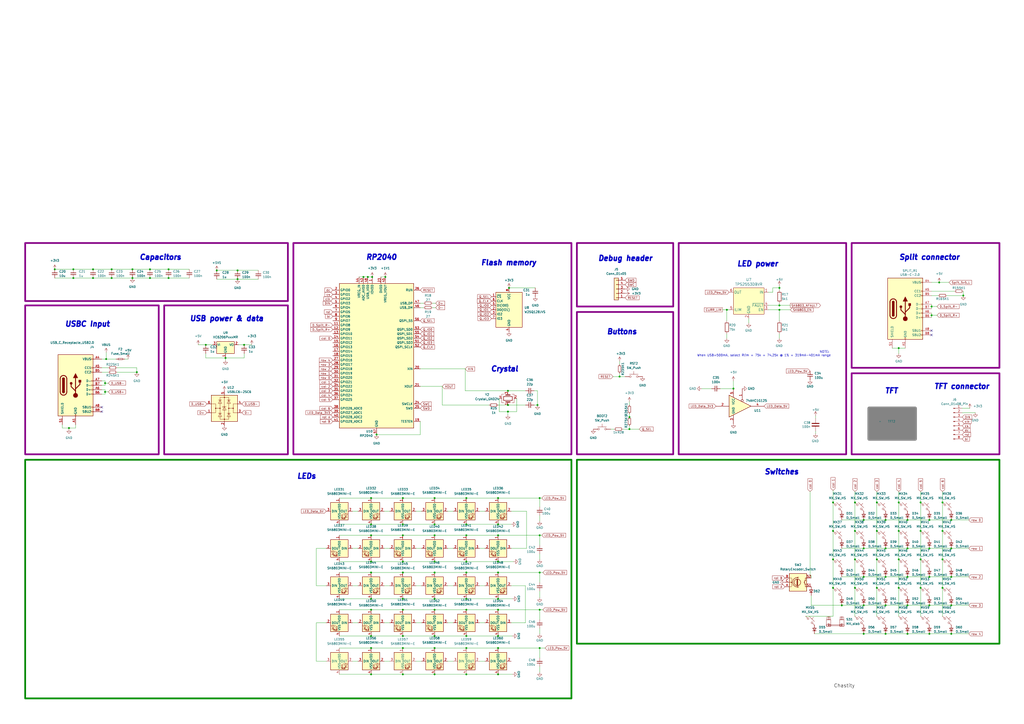
<source format=kicad_sch>
(kicad_sch (version 20230121) (generator eeschema)
  (paper "A2")
  (lib_symbols
    (symbol "74xGxx:74AHC1G125"
      (property "Reference" "U" (at -2.54 3.81 0))
      (property "Value" "74AHC1G125" (at 0 -3.81 0))
      (symbol "74AHC1G125_1_1"
        (pin input inverted (at 0 10.16 270) (length 7.62) (name "~") (number "1"))
        (pin input line (at -15.24 0 0) (length 7.62) (name "~") (number "2"))
        (pin power_in line (at -5.08 -10.16 90) (length 5.08) (name "GND") (number "3"))
        (pin tri_state line (at 12.7 0 180) (length 7.62) (name "~") (number "4"))
        (pin power_in line (at -5.08 10.16 270) (length 5.08) (name "VCC") (number "5"))
      )
    )
    (symbol "Connector:Conn_01x08_Pin" (pin_names (offset 1.016) hide)
      (property "Reference" "J" (at 0 10.16 0))
      (property "Value" "Conn_01x08_Pin" (at 0 -12.7 0))
      (symbol "Conn_01x08_Pin_1_1"
        (pin passive line (at 5.08 7.62 180) (length 3.81) (name "Pin_1") (number "1"))
        (pin passive line (at 5.08 5.08 180) (length 3.81) (name "Pin_2") (number "2"))
        (pin passive line (at 5.08 2.54 180) (length 3.81) (name "Pin_3") (number "3"))
        (pin passive line (at 5.08 0 180) (length 3.81) (name "Pin_4") (number "4"))
        (pin passive line (at 5.08 -2.54 180) (length 3.81) (name "Pin_5") (number "5"))
        (pin passive line (at 5.08 -5.08 180) (length 3.81) (name "Pin_6") (number "6"))
        (pin passive line (at 5.08 -7.62 180) (length 3.81) (name "Pin_7") (number "7"))
        (pin passive line (at 5.08 -10.16 180) (length 3.81) (name "Pin_8") (number "8"))
      )
    )
    (symbol "Connector:USB_C_Receptacle_USB2.0" (pin_names (offset 1.016))
      (property "Reference" "J" (at -10.16 19.05 0))
      (property "Value" "USB_C_Receptacle_USB2.0" (at 19.05 19.05 0))
      (symbol "USB_C_Receptacle_USB2.0_1_1"
        (pin passive line (at 0 -22.86 90) (length 5.08) (name "GND") (number "A1"))
        (pin passive line (at 0 -22.86 90) (length 5.08) hide (name "GND") (number "A12"))
        (pin passive line (at 15.24 15.24 180) (length 5.08) (name "VBUS") (number "A4"))
        (pin bidirectional line (at 15.24 10.16 180) (length 5.08) (name "CC1") (number "A5"))
        (pin bidirectional line (at 15.24 -2.54 180) (length 5.08) (name "D+") (number "A6"))
        (pin bidirectional line (at 15.24 2.54 180) (length 5.08) (name "D-") (number "A7"))
        (pin bidirectional line (at 15.24 -12.7 180) (length 5.08) (name "SBU1") (number "A8"))
        (pin passive line (at 15.24 15.24 180) (length 5.08) hide (name "VBUS") (number "A9"))
        (pin passive line (at 0 -22.86 90) (length 5.08) hide (name "GND") (number "B1"))
        (pin passive line (at 0 -22.86 90) (length 5.08) hide (name "GND") (number "B12"))
        (pin passive line (at 15.24 15.24 180) (length 5.08) hide (name "VBUS") (number "B4"))
        (pin bidirectional line (at 15.24 7.62 180) (length 5.08) (name "CC2") (number "B5"))
        (pin bidirectional line (at 15.24 -5.08 180) (length 5.08) (name "D+") (number "B6"))
        (pin bidirectional line (at 15.24 0 180) (length 5.08) (name "D-") (number "B7"))
        (pin bidirectional line (at 15.24 -15.24 180) (length 5.08) (name "SBU2") (number "B8"))
        (pin passive line (at 15.24 15.24 180) (length 5.08) hide (name "VBUS") (number "B9"))
        (pin passive line (at -7.62 -22.86 90) (length 5.08) (name "SHIELD") (number "S1"))
      )
    )
    (symbol "Connector_Generic:Conn_01x05" (pin_names (offset 1.016) hide)
      (property "Reference" "J" (at 0 7.62 0))
      (property "Value" "Conn_01x05" (at 0 -7.62 0))
      (symbol "Conn_01x05_1_1"
        (pin passive line (at -5.08 5.08 0) (length 3.81) (name "Pin_1") (number "1"))
        (pin passive line (at -5.08 2.54 0) (length 3.81) (name "Pin_2") (number "2"))
        (pin passive line (at -5.08 0 0) (length 3.81) (name "Pin_3") (number "3"))
        (pin passive line (at -5.08 -2.54 0) (length 3.81) (name "Pin_4") (number "4"))
        (pin passive line (at -5.08 -5.08 0) (length 3.81) (name "Pin_5") (number "5"))
      )
    )
    (symbol "Device:C" (pin_numbers hide) (pin_names (offset 0.254))
      (property "Reference" "C" (at 0.635 2.54 0))
      (property "Value" "C" (at 0.635 -2.54 0))
      (symbol "C_1_1"
        (pin passive line (at 0 3.81 270) (length 2.794) (name "~") (number "1"))
        (pin passive line (at 0 -3.81 90) (length 2.794) (name "~") (number "2"))
      )
    )
    (symbol "Device:C_Small" (pin_numbers hide) (pin_names (offset 0.254) hide)
      (property "Reference" "C" (at 0.254 1.778 0))
      (property "Value" "C_Small" (at 0.254 -2.032 0))
      (symbol "C_Small_1_1"
        (pin passive line (at 0 2.54 270) (length 2.032) (name "~") (number "1"))
        (pin passive line (at 0 -2.54 90) (length 2.032) (name "~") (number "2"))
      )
    )
    (symbol "Device:Crystal_GND24" (pin_names (offset 1.016) hide)
      (property "Reference" "Y" (at 3.175 5.08 0))
      (property "Value" "Crystal_GND24" (at 3.175 3.175 0))
      (symbol "Crystal_GND24_1_1"
        (pin passive line (at -3.81 0 0) (length 1.27) (name "1") (number "1"))
        (pin passive line (at 0 5.08 270) (length 1.27) (name "2") (number "2"))
        (pin passive line (at 3.81 0 180) (length 1.27) (name "3") (number "3"))
        (pin passive line (at 0 -5.08 90) (length 1.27) (name "4") (number "4"))
      )
    )
    (symbol "Device:D_Small" (pin_numbers hide) (pin_names (offset 0.254) hide)
      (property "Reference" "D" (at -1.27 2.032 0))
      (property "Value" "D_Small" (at -3.81 -2.032 0))
      (symbol "D_Small_1_1"
        (pin passive line (at -2.54 0 0) (length 1.778) (name "K") (number "1"))
        (pin passive line (at 2.54 0 180) (length 1.778) (name "A") (number "2"))
      )
    )
    (symbol "Device:Fuse_Small" (pin_numbers hide) (pin_names (offset 0.254) hide)
      (property "Reference" "F" (at 0 -1.524 0))
      (property "Value" "Fuse_Small" (at 0 1.524 0))
      (symbol "Fuse_Small_1_1"
        (pin passive line (at -2.54 0 0) (length 1.27) (name "~") (number "1"))
        (pin passive line (at 2.54 0 180) (length 1.27) (name "~") (number "2"))
      )
    )
    (symbol "Device:R" (pin_numbers hide) (pin_names (offset 0))
      (property "Reference" "R" (at 2.032 0 90))
      (property "Value" "R" (at 0 0 90))
      (symbol "R_1_1"
        (pin passive line (at 0 3.81 270) (length 1.27) (name "~") (number "1"))
        (pin passive line (at 0 -3.81 90) (length 1.27) (name "~") (number "2"))
      )
    )
    (symbol "Device:R_Small" (pin_numbers hide) (pin_names (offset 0.254) hide)
      (property "Reference" "R" (at 0.762 0.508 0))
      (property "Value" "R_Small" (at 0.762 -1.016 0))
      (symbol "R_Small_1_1"
        (pin passive line (at 0 2.54 270) (length 0.762) (name "~") (number "1"))
        (pin passive line (at 0 -2.54 90) (length 0.762) (name "~") (number "2"))
      )
    )
    (symbol "Device:RotaryEncoder_Switch" (pin_names (offset 0.254) hide)
      (property "Reference" "SW" (at 0 6.604 0))
      (property "Value" "RotaryEncoder_Switch" (at 0 -6.604 0))
      (symbol "RotaryEncoder_Switch_1_1"
        (pin passive line (at -7.62 2.54 0) (length 2.54) (name "A") (number "A"))
        (pin passive line (at -7.62 -2.54 0) (length 2.54) (name "B") (number "B"))
        (pin passive line (at -7.62 0 0) (length 2.54) (name "C") (number "C"))
        (pin passive line (at 7.62 2.54 180) (length 2.54) (name "S1") (number "S1"))
        (pin passive line (at 7.62 -2.54 180) (length 2.54) (name "S2") (number "S2"))
      )
    )
    (symbol "Ghoul:TPS2553DBVR" (pin_names (offset 0.254))
      (property "Reference" "U1" (at 0 12.3952 0))
      (property "Value" "TPS2553DBVR" (at 0 9.7028 0))
      (symbol "TPS2553DBVR_1_1"
        (pin power_in line (at -11.43 5.08 0) (length 2.54) (name "IN") (number "1"))
        (pin power_in line (at 0 -10.16 90) (length 2.54) (name "GND") (number "2"))
        (pin input line (at -11.43 -5.08 0) (length 2.54) (name "EN") (number "3"))
        (pin open_collector line (at -11.43 -2.54 0) (length 2.54) (name "~{FAULT}") (number "4"))
        (pin input line (at 11.43 -5.08 180) (length 2.54) (name "ILIM") (number "5"))
        (pin power_out line (at 11.43 5.08 180) (length 2.54) (name "OUT") (number "6"))
      )
    )
    (symbol "MCU_RaspberryPi:RP2040"
      (property "Reference" "U" (at 17.78 45.72 0))
      (property "Value" "RP2040" (at 17.78 43.18 0))
      (symbol "RP2040_1_1"
        (pin power_in line (at 2.54 45.72 270) (length 3.81) (name "IOVDD") (number "1"))
        (pin passive line (at 2.54 45.72 270) (length 3.81) hide (name "IOVDD") (number "10"))
        (pin bidirectional line (at 25.4 17.78 180) (length 3.81) (name "GPIO8") (number "11"))
        (pin bidirectional line (at 25.4 15.24 180) (length 3.81) (name "GPIO9") (number "12"))
        (pin bidirectional line (at 25.4 12.7 180) (length 3.81) (name "GPIO10") (number "13"))
        (pin bidirectional line (at 25.4 10.16 180) (length 3.81) (name "GPIO11") (number "14"))
        (pin bidirectional line (at 25.4 7.62 180) (length 3.81) (name "GPIO12") (number "15"))
        (pin bidirectional line (at 25.4 5.08 180) (length 3.81) (name "GPIO13") (number "16"))
        (pin bidirectional line (at 25.4 2.54 180) (length 3.81) (name "GPIO14") (number "17"))
        (pin bidirectional line (at 25.4 0 180) (length 3.81) (name "GPIO15") (number "18"))
        (pin input line (at -25.4 -38.1 0) (length 3.81) (name "TESTEN") (number "19"))
        (pin bidirectional line (at 25.4 38.1 180) (length 3.81) (name "GPIO0") (number "2"))
        (pin input line (at -25.4 -7.62 0) (length 3.81) (name "XIN") (number "20"))
        (pin passive line (at -25.4 -17.78 0) (length 3.81) (name "XOUT") (number "21"))
        (pin passive line (at 2.54 45.72 270) (length 3.81) hide (name "IOVDD") (number "22"))
        (pin power_in line (at -2.54 45.72 270) (length 3.81) (name "DVDD") (number "23"))
        (pin input line (at -25.4 -27.94 0) (length 3.81) (name "SWCLK") (number "24"))
        (pin bidirectional line (at -25.4 -30.48 0) (length 3.81) (name "SWD") (number "25"))
        (pin input line (at -25.4 38.1 0) (length 3.81) (name "RUN") (number "26"))
        (pin bidirectional line (at 25.4 -2.54 180) (length 3.81) (name "GPIO16") (number "27"))
        (pin bidirectional line (at 25.4 -5.08 180) (length 3.81) (name "GPIO17") (number "28"))
        (pin bidirectional line (at 25.4 -7.62 180) (length 3.81) (name "GPIO18") (number "29"))
        (pin bidirectional line (at 25.4 35.56 180) (length 3.81) (name "GPIO1") (number "3"))
        (pin bidirectional line (at 25.4 -10.16 180) (length 3.81) (name "GPIO19") (number "30"))
        (pin bidirectional line (at 25.4 -12.7 180) (length 3.81) (name "GPIO20") (number "31"))
        (pin bidirectional line (at 25.4 -15.24 180) (length 3.81) (name "GPIO21") (number "32"))
        (pin passive line (at 2.54 45.72 270) (length 3.81) hide (name "IOVDD") (number "33"))
        (pin bidirectional line (at 25.4 -17.78 180) (length 3.81) (name "GPIO22") (number "34"))
        (pin bidirectional line (at 25.4 -20.32 180) (length 3.81) (name "GPIO23") (number "35"))
        (pin bidirectional line (at 25.4 -22.86 180) (length 3.81) (name "GPIO24") (number "36"))
        (pin bidirectional line (at 25.4 -25.4 180) (length 3.81) (name "GPIO25") (number "37"))
        (pin bidirectional line (at 25.4 -30.48 180) (length 3.81) (name "GPIO26_ADC0") (number "38"))
        (pin bidirectional line (at 25.4 -33.02 180) (length 3.81) (name "GPIO27_ADC1") (number "39"))
        (pin bidirectional line (at 25.4 33.02 180) (length 3.81) (name "GPIO2") (number "4"))
        (pin bidirectional line (at 25.4 -35.56 180) (length 3.81) (name "GPIO28_ADC2") (number "40"))
        (pin bidirectional line (at 25.4 -38.1 180) (length 3.81) (name "GPIO29_ADC3") (number "41"))
        (pin passive line (at 2.54 45.72 270) (length 3.81) hide (name "IOVDD") (number "42"))
        (pin power_in line (at 7.62 45.72 270) (length 3.81) (name "ADC_AVDD") (number "43"))
        (pin power_in line (at 10.16 45.72 270) (length 3.81) (name "VREG_IN") (number "44"))
        (pin power_out line (at -5.08 45.72 270) (length 3.81) (name "VREG_VOUT") (number "45"))
        (pin bidirectional line (at -25.4 27.94 0) (length 3.81) (name "USB_DM") (number "46"))
        (pin bidirectional line (at -25.4 30.48 0) (length 3.81) (name "USB_DP") (number "47"))
        (pin power_in line (at 5.08 45.72 270) (length 3.81) (name "USB_VDD") (number "48"))
        (pin passive line (at 2.54 45.72 270) (length 3.81) hide (name "IOVDD") (number "49"))
        (pin bidirectional line (at 25.4 30.48 180) (length 3.81) (name "GPIO3") (number "5"))
        (pin passive line (at -2.54 45.72 270) (length 3.81) hide (name "DVDD") (number "50"))
        (pin bidirectional line (at -25.4 7.62 0) (length 3.81) (name "QSPI_SD3") (number "51"))
        (pin output line (at -25.4 5.08 0) (length 3.81) (name "QSPI_SCLK") (number "52"))
        (pin bidirectional line (at -25.4 15.24 0) (length 3.81) (name "QSPI_SD0") (number "53"))
        (pin bidirectional line (at -25.4 10.16 0) (length 3.81) (name "QSPI_SD2") (number "54"))
        (pin bidirectional line (at -25.4 12.7 0) (length 3.81) (name "QSPI_SD1") (number "55"))
        (pin bidirectional line (at -25.4 20.32 0) (length 3.81) (name "QSPI_SS") (number "56"))
        (pin power_in line (at 0 -45.72 90) (length 3.81) (name "GND") (number "57"))
        (pin bidirectional line (at 25.4 27.94 180) (length 3.81) (name "GPIO4") (number "6"))
        (pin bidirectional line (at 25.4 25.4 180) (length 3.81) (name "GPIO5") (number "7"))
        (pin bidirectional line (at 25.4 22.86 180) (length 3.81) (name "GPIO6") (number "8"))
        (pin bidirectional line (at 25.4 20.32 180) (length 3.81) (name "GPIO7") (number "9"))
      )
    )
    (symbol "Memory_Flash:W25Q128JVS"
      (property "Reference" "U" (at -8.89 8.89 0))
      (property "Value" "W25Q128JVS" (at 7.62 8.89 0))
      (symbol "W25Q128JVS_1_1"
        (pin input line (at -10.16 7.62 0) (length 2.54) (name "~{CS}") (number "1"))
        (pin bidirectional line (at -10.16 0 0) (length 2.54) (name "DO(IO1)") (number "2"))
        (pin bidirectional line (at -10.16 -2.54 0) (length 2.54) (name "IO2") (number "3"))
        (pin power_in line (at 0 -12.7 90) (length 2.54) (name "GND") (number "4"))
        (pin bidirectional line (at -10.16 2.54 0) (length 2.54) (name "DI(IO0)") (number "5"))
        (pin input line (at -10.16 5.08 0) (length 2.54) (name "CLK") (number "6"))
        (pin bidirectional line (at -10.16 -5.08 0) (length 2.54) (name "IO3") (number "7"))
        (pin power_in line (at 0 12.7 270) (length 2.54) (name "VCC") (number "8"))
      )
    )
    (symbol "PCM_marbastlib-mx:MX_SK6812MINI-E"
      (property "Reference" "LED" (at 3.175 6.35 0))
      (property "Value" "MX_SK6812MINI-E" (at 10.16 -6.985 0))
      (symbol "MX_SK6812MINI-E_0_0"
        (text "RGB" (at 2.286 -4.191 0) (effects (font (size 0.762 0.762))))
      )
      (symbol "MX_SK6812MINI-E_1_1"
        (pin power_in line (at 0 7.62 270) (length 2.54) (name "VDD") (number "1"))
        (pin output line (at 7.62 0 180) (length 2.54) (name "DOUT") (number "2"))
        (pin input line (at -7.62 0 0) (length 2.54) (name "DIN") (number "3"))
        (pin power_in line (at 0 -7.62 90) (length 2.54) (name "VSS") (number "4"))
      )
    )
    (symbol "PCM_marbastlib-mx:MX_SW_HS" (pin_numbers hide) (pin_names (offset 1.016) hide)
      (property "Reference" "MX" (at 3.048 1.016 0))
      (property "Value" "MX_SW_HS" (at 0 -3.81 0))
      (symbol "MX_SW_HS_0_1"
        (pin passive line (at -2.54 2.54 0) (length 0) (name "1") (number "1"))
        (pin passive line (at 2.54 -2.54 180) (length 0) (name "2") (number "2"))
      )
    )
    (symbol "PCM_marbastlib-mx:MX_stab" (pin_names (offset 1.016))
      (property "Reference" "S" (at -5.08 6.35 0))
      (property "Value" "MX_stab" (at -5.08 3.81 0))
    )
    (symbol "PCM_marbastlib-promicroish:TFT_1.47"
      (property "Reference" "TFT1" (at 4.445 0 0))
      (property "Value" "~" (at 0 0 0))
    )
    (symbol "Power_Protection:USBLC6-2SC6" (pin_names hide)
      (property "Reference" "U" (at 2.54 8.89 0))
      (property "Value" "USBLC6-2SC6" (at 2.54 -8.89 0))
      (symbol "USBLC6-2SC6_1_1"
        (pin passive line (at -10.16 -2.54 0) (length 2.54) (name "I/O1") (number "1"))
        (pin passive line (at 0 -10.16 90) (length 2.54) (name "GND") (number "2"))
        (pin passive line (at 10.16 -2.54 180) (length 2.54) (name "I/O2") (number "3"))
        (pin passive line (at 10.16 2.54 180) (length 2.54) (name "I/O2") (number "4"))
        (pin passive line (at 0 10.16 270) (length 2.54) (name "VBUS") (number "5"))
        (pin passive line (at -10.16 2.54 0) (length 2.54) (name "I/O1") (number "6"))
      )
    )
    (symbol "Regulator_Linear:XC6206PxxxMR" (pin_names (offset 0.254))
      (property "Reference" "U" (at -3.81 3.175 0))
      (property "Value" "XC6206PxxxMR" (at 0 3.175 0))
      (symbol "XC6206PxxxMR_1_1"
        (pin power_in line (at 0 -7.62 90) (length 2.54) (name "GND") (number "1"))
        (pin power_out line (at 7.62 0 180) (length 2.54) (name "VO") (number "2"))
        (pin power_in line (at -7.62 0 0) (length 2.54) (name "VI") (number "3"))
      )
    )
    (symbol "Switch:SW_Push" (pin_numbers hide) (pin_names (offset 1.016) hide)
      (property "Reference" "SW" (at 1.27 2.54 0))
      (property "Value" "SW_Push" (at 0 -1.524 0))
      (symbol "SW_Push_0_1"
        (pin passive line (at -5.08 0 0) (length 2.54) (name "1") (number "1"))
        (pin passive line (at 5.08 0 180) (length 2.54) (name "2") (number "2"))
      )
    )
    (symbol "power:+1V1" (power) (pin_names (offset 0))
      (property "Value" "+1V1" (at 0 3.556 0))
      (symbol "+1V1_1_1"
        (pin power_in line (at 0 0 90) (length 0) hide (name "+1V1") (number "1"))
      )
    )
    (symbol "power:+3V3" (power) (pin_names (offset 0))
      (property "Value" "+3V3" (at 0 3.556 0))
      (symbol "+3V3_1_1"
        (pin power_in line (at 0 0 90) (length 0) hide (name "+3V3") (number "1"))
      )
    )
    (symbol "power:+5V" (power) (pin_names (offset 0))
      (property "Value" "+5V" (at 0 3.556 0))
      (symbol "+5V_1_1"
        (pin power_in line (at 0 0 90) (length 0) hide (name "+5V") (number "1"))
      )
    )
    (symbol "power:GND" (power) (pin_names (offset 0))
      (property "Value" "GND" (at 0 -3.81 0))
      (symbol "GND_1_1"
        (pin power_in line (at 0 0 270) (length 0) hide (name "GND") (number "1"))
      )
    )
    (symbol "power:VBUS" (power) (pin_names (offset 0))
      (property "Value" "VBUS" (at 0 3.81 0))
      (symbol "VBUS_1_1"
        (pin power_in line (at 0 0 90) (length 0) hide (name "VBUS") (number "1"))
      )
    )
  )
  (junction (at 313.055 353.695))
  (junction (at 313.055 375.92))
  (junction (at 270.51 353.695))
  (junction (at 288.925 288.925))
  (junction (at 452.12 179.705))
  (junction (at 546.735 324.485))
  (junction (at 508.635 291.465))
  (junction (at 544.83 163.83))
  (junction (at 215.265 310.515))
  (junction (at 501.015 318.135))
  (junction (at 313.055 332.105))
  (junction (at 252.095 368.935))
  (junction (at 558.8 171.45))
  (junction (at 483.235 324.485))
  (junction (at 288.925 304.165))
  (junction (at 288.925 353.695))
  (junction (at 311.785 234.95))
  (junction (at 215.265 325.755))
  (junction (at 526.415 334.645))
  (junction (at 53.975 156.21))
  (junction (at 215.265 347.345))
  (junction (at 130.81 207.645))
  (junction (at 31.75 156.21))
  (junction (at 483.235 291.465))
  (junction (at 97.79 161.29))
  (junction (at 252.095 353.695))
  (junction (at 270.51 332.105))
  (junction (at 495.935 324.485))
  (junction (at 233.68 310.515))
  (junction (at 233.68 368.935))
  (junction (at 215.265 368.935))
  (junction (at 294.64 226.695))
  (junction (at 501.015 334.645))
  (junction (at 539.115 318.135))
  (junction (at 540.385 182.88))
  (junction (at 233.68 391.16))
  (junction (at 551.815 351.155))
  (junction (at 270.51 391.16))
  (junction (at 215.265 375.92))
  (junction (at 252.095 391.16))
  (junction (at 60.96 222.25))
  (junction (at 452.12 167.005))
  (junction (at 61.595 208.28))
  (junction (at 252.095 325.755))
  (junction (at 288.925 347.345))
  (junction (at 270.51 368.935))
  (junction (at 125.73 156.845))
  (junction (at 513.715 367.665))
  (junction (at 252.095 332.105))
  (junction (at 421.64 179.705))
  (junction (at 526.415 367.665))
  (junction (at 86.995 161.29))
  (junction (at 513.715 301.625))
  (junction (at 526.415 318.135))
  (junction (at 215.265 353.695))
  (junction (at 551.815 318.135))
  (junction (at 534.035 324.485))
  (junction (at 270.51 288.925))
  (junction (at 359.41 218.44))
  (junction (at 76.835 156.21))
  (junction (at 508.635 307.975))
  (junction (at 521.335 307.975))
  (junction (at 551.815 301.625))
  (junction (at 551.815 334.645))
  (junction (at 252.095 347.345))
  (junction (at 508.635 340.995))
  (junction (at 526.415 301.625))
  (junction (at 452.12 177.165))
  (junction (at 79.375 215.9))
  (junction (at 534.035 340.995))
  (junction (at 551.815 367.665))
  (junction (at 294.64 234.95))
  (junction (at 288.925 368.935))
  (junction (at 521.335 291.465))
  (junction (at 252.095 375.92))
  (junction (at 40.005 248.285))
  (junction (at 539.115 334.645))
  (junction (at 233.68 353.695))
  (junction (at 270.51 375.92))
  (junction (at 97.79 156.21))
  (junction (at 521.335 340.995))
  (junction (at 60.96 227.33))
  (junction (at 137.795 161.925))
  (junction (at 546.735 291.465))
  (junction (at 501.015 301.625))
  (junction (at 495.935 307.975))
  (junction (at 425.45 225.425))
  (junction (at 546.735 340.995))
  (junction (at 210.82 160.655))
  (junction (at 215.265 391.16))
  (junction (at 270.51 310.515))
  (junction (at 64.77 156.21))
  (junction (at 534.035 307.975))
  (junction (at 501.015 367.665))
  (junction (at 365.125 248.92))
  (junction (at 513.715 334.645))
  (junction (at 539.115 351.155))
  (junction (at 215.265 332.105))
  (junction (at 295.275 167.005))
  (junction (at 215.9 160.655))
  (junction (at 521.335 324.485))
  (junction (at 495.935 291.465))
  (junction (at 233.68 325.755))
  (junction (at 252.095 304.165))
  (junction (at 223.52 160.655))
  (junction (at 213.36 160.655))
  (junction (at 233.68 375.92))
  (junction (at 488.315 351.155))
  (junction (at 288.925 391.16))
  (junction (at 546.735 307.975))
  (junction (at 313.055 288.925))
  (junction (at 513.715 351.155))
  (junction (at 53.975 161.29))
  (junction (at 540.385 177.8))
  (junction (at 294.64 238.76))
  (junction (at 270.51 325.755))
  (junction (at 513.715 318.135))
  (junction (at 233.68 304.165))
  (junction (at 233.68 332.105))
  (junction (at 215.265 288.925))
  (junction (at 119.38 200.025))
  (junction (at 483.235 307.975))
  (junction (at 86.995 156.21))
  (junction (at 270.51 347.345))
  (junction (at 141.605 200.025))
  (junction (at 526.415 351.155))
  (junction (at 64.77 161.29))
  (junction (at 270.51 304.165))
  (junction (at 288.925 310.515))
  (junction (at 501.015 351.155))
  (junction (at 365.125 241.935))
  (junction (at 42.545 156.21))
  (junction (at 534.035 291.465))
  (junction (at 137.795 156.845))
  (junction (at 215.265 304.165))
  (junction (at 483.235 340.995))
  (junction (at 508.635 324.485))
  (junction (at 252.095 310.515))
  (junction (at 539.115 301.625))
  (junction (at 521.335 201.93))
  (junction (at 313.055 310.515))
  (junction (at 233.68 347.345))
  (junction (at 76.835 161.29))
  (junction (at 288.925 375.92))
  (junction (at 495.935 340.995))
  (junction (at 42.545 161.29))
  (junction (at 288.925 332.105))
  (junction (at 288.925 325.755))
  (junction (at 233.68 288.925))
  (junction (at 539.115 367.665))
  (junction (at 252.095 288.925))
  (junction (at 218.44 252.095))
  (no_connect (at 540.385 194.31))
  (no_connect (at 59.055 238.76))
  (no_connect (at 59.055 236.22))
  (no_connect (at 540.385 191.77))
  (wire (pts (xy 473.075 242.57) (xy 473.075 241.3)))
  (wire (pts (xy 59.055 215.9) (xy 62.865 215.9)))
  (wire (pts (xy 513.715 301.625) (xy 526.415 301.625)))
  (wire (pts (xy 215.265 288.925) (xy 233.68 288.925)))
  (wire (pts (xy 252.73 178.435) (xy 250.825 178.435)))
  (wire (pts (xy 297.18 368.935) (xy 288.925 368.935)))
  (wire (pts (xy 526.415 334.645) (xy 539.115 334.645)))
  (wire (pts (xy 97.79 156.21) (xy 109.855 156.21)))
  (wire (pts (xy 278.13 339.725) (xy 281.305 339.725)))
  (wire (pts (xy 365.125 241.935) (xy 365.125 242.57)))
  (wire (pts (xy 278.13 361.315) (xy 281.305 361.315)))
  (wire (pts (xy 233.68 391.16) (xy 215.265 391.16)))
  (wire (pts (xy 31.75 161.29) (xy 42.545 161.29)))
  (wire (pts (xy 137.795 156.845) (xy 149.86 156.845)))
  (wire (pts (xy 60.96 220.98) (xy 60.96 222.25)))
  (wire (pts (xy 244.475 296.545) (xy 241.3 296.545)))
  (wire (pts (xy 119.38 205.105) (xy 119.38 207.645)))
  (wire (pts (xy 222.885 361.315) (xy 226.06 361.315)))
  (wire (pts (xy 43.815 248.285) (xy 43.815 246.38)))
  (wire (pts (xy 534.035 340.995) (xy 534.035 357.505)))
  (wire (pts (xy 213.36 160.655) (xy 210.82 160.655)))
  (wire (pts (xy 259.715 339.725) (xy 262.89 339.725)))
  (wire (pts (xy 141.605 200.025) (xy 146.05 200.025)))
  (wire (pts (xy 565.785 239.395) (xy 558.165 239.395)))
  (wire (pts (xy 259.715 318.135) (xy 262.89 318.135)))
  (wire (pts (xy 421.64 179.705) (xy 419.1 179.705)))
  (wire (pts (xy 313.055 364.49) (xy 313.055 367.665)))
  (wire (pts (xy 204.47 383.54) (xy 207.645 383.54)))
  (wire (pts (xy 294.64 240.665) (xy 294.64 238.76)))
  (wire (pts (xy 196.85 332.105) (xy 215.265 332.105)))
  (wire (pts (xy 278.13 318.135) (xy 281.305 318.135)))
  (wire (pts (xy 245.745 178.435) (xy 243.84 178.435)))
  (wire (pts (xy 67.945 215.9) (xy 79.375 215.9)))
  (wire (pts (xy 508.635 291.465) (xy 508.635 307.975)))
  (wire (pts (xy 495.935 291.465) (xy 495.935 307.975)))
  (wire (pts (xy 458.47 179.705) (xy 452.12 179.705)))
  (wire (pts (xy 309.88 226.695) (xy 311.785 226.695)))
  (wire (pts (xy 196.85 310.515) (xy 215.265 310.515)))
  (wire (pts (xy 59.055 223.52) (xy 60.96 223.52)))
  (wire (pts (xy 281.305 296.545) (xy 278.13 296.545)))
  (wire (pts (xy 297.18 391.16) (xy 288.925 391.16)))
  (wire (pts (xy 64.77 161.29) (xy 76.835 161.29)))
  (wire (pts (xy 288.925 347.345) (xy 270.51 347.345)))
  (wire (pts (xy 270.51 288.925) (xy 288.925 288.925)))
  (wire (pts (xy 526.415 318.135) (xy 539.115 318.135)))
  (wire (pts (xy 86.995 161.29) (xy 97.79 161.29)))
  (wire (pts (xy 252.095 375.92) (xy 270.51 375.92)))
  (wire (pts (xy 252.095 353.695) (xy 270.51 353.695)))
  (wire (pts (xy 288.925 391.16) (xy 270.51 391.16)))
  (wire (pts (xy 495.935 340.995) (xy 495.935 357.505)))
  (wire (pts (xy 270.51 347.345) (xy 252.095 347.345)))
  (wire (pts (xy 130.81 208.915) (xy 130.81 207.645)))
  (wire (pts (xy 222.885 339.725) (xy 226.06 339.725)))
  (wire (pts (xy 62.865 213.36) (xy 59.055 213.36)))
  (wire (pts (xy 36.195 248.285) (xy 40.005 248.285)))
  (wire (pts (xy 314.325 310.515) (xy 313.055 310.515)))
  (wire (pts (xy 259.715 383.54) (xy 262.89 383.54)))
  (wire (pts (xy 361.315 248.92) (xy 365.125 248.92)))
  (wire (pts (xy 64.77 156.21) (xy 76.835 156.21)))
  (wire (pts (xy 483.235 307.975) (xy 483.235 324.485)))
  (wire (pts (xy 313.055 332.105) (xy 288.925 332.105)))
  (wire (pts (xy 526.415 301.625) (xy 539.115 301.625)))
  (wire (pts (xy 539.115 301.625) (xy 551.815 301.625)))
  (wire (pts (xy 196.85 288.925) (xy 215.265 288.925)))
  (wire (pts (xy 359.41 216.535) (xy 359.41 218.44)))
  (wire (pts (xy 207.645 296.545) (xy 204.47 296.545)))
  (wire (pts (xy 417.83 225.425) (xy 425.45 225.425)))
  (wire (pts (xy 448.31 169.545) (xy 445.77 169.545)))
  (wire (pts (xy 61.595 204.47) (xy 61.595 208.28)))
  (wire (pts (xy 551.815 351.155) (xy 561.975 351.155)))
  (wire (pts (xy 223.52 160.655) (xy 220.98 160.655)))
  (wire (pts (xy 540.385 163.83) (xy 544.83 163.83)))
  (wire (pts (xy 31.75 156.21) (xy 42.545 156.21)))
  (wire (pts (xy 526.415 367.665) (xy 539.115 367.665)))
  (wire (pts (xy 534.035 307.975) (xy 534.035 324.485)))
  (wire (pts (xy 540.385 177.8) (xy 540.385 179.07)))
  (wire (pts (xy 472.44 367.665) (xy 501.015 367.665)))
  (wire (pts (xy 40.005 248.92) (xy 40.005 248.285)))
  (wire (pts (xy 62.865 227.33) (xy 60.96 227.33)))
  (wire (pts (xy 543.56 177.8) (xy 540.385 177.8)))
  (wire (pts (xy 521.335 291.465) (xy 521.335 307.975)))
  (wire (pts (xy 540.385 182.88) (xy 540.385 184.15)))
  (wire (pts (xy 562.61 236.855) (xy 558.165 236.855)))
  (wire (pts (xy 36.195 246.38) (xy 36.195 248.285)))
  (wire (pts (xy 546.735 307.975) (xy 546.735 324.485)))
  (wire (pts (xy 119.38 207.645) (xy 130.81 207.645)))
  (wire (pts (xy 407.035 225.425) (xy 412.75 225.425)))
  (wire (pts (xy 483.235 284.48) (xy 483.235 291.465)))
  (wire (pts (xy 365.125 240.03) (xy 365.125 241.935)))
  (wire (pts (xy 215.265 332.105) (xy 233.68 332.105)))
  (wire (pts (xy 256.54 234.95) (xy 283.845 234.95)))
  (wire (pts (xy 539.115 334.645) (xy 551.815 334.645)))
  (wire (pts (xy 196.85 375.92) (xy 215.265 375.92)))
  (wire (pts (xy 40.005 248.285) (xy 43.815 248.285)))
  (wire (pts (xy 60.96 227.33) (xy 60.96 228.6)))
  (wire (pts (xy 137.795 161.925) (xy 149.86 161.925)))
  (wire (pts (xy 243.84 252.095) (xy 218.44 252.095)))
  (wire (pts (xy 534.035 291.465) (xy 534.035 307.975)))
  (wire (pts (xy 488.315 334.645) (xy 501.015 334.645)))
  (wire (pts (xy 458.47 177.165) (xy 452.12 177.165)))
  (wire (pts (xy 215.265 304.165) (xy 196.85 304.165)))
  (wire (pts (xy 313.055 375.92) (xy 316.23 375.92)))
  (wire (pts (xy 549.275 171.45) (xy 558.8 171.45)))
  (wire (pts (xy 434.34 184.785) (xy 434.34 187.325)))
  (wire (pts (xy 551.815 334.645) (xy 561.975 334.645)))
  (wire (pts (xy 295.275 167.005) (xy 310.515 167.005)))
  (wire (pts (xy 313.055 386.715) (xy 313.055 389.89)))
  (wire (pts (xy 313.055 353.695) (xy 313.055 359.41)))
  (wire (pts (xy 546.735 285.115) (xy 546.735 291.465)))
  (wire (pts (xy 525.145 201.93) (xy 521.335 201.93)))
  (wire (pts (xy 305.435 296.545) (xy 305.435 318.135)))
  (wire (pts (xy 245.745 175.895) (xy 243.84 175.895)))
  (wire (pts (xy 79.375 213.36) (xy 79.375 215.9)))
  (wire (pts (xy 204.47 339.725) (xy 207.645 339.725)))
  (wire (pts (xy 534.035 324.485) (xy 534.035 340.995)))
  (wire (pts (xy 540.385 168.91) (xy 553.72 168.91)))
  (wire (pts (xy 215.265 368.935) (xy 196.85 368.935)))
  (wire (pts (xy 233.68 353.695) (xy 252.095 353.695)))
  (wire (pts (xy 452.12 168.275) (xy 452.12 167.005)))
  (wire (pts (xy 452.12 167.005) (xy 448.31 167.005)))
  (wire (pts (xy 215.265 391.16) (xy 196.85 391.16)))
  (wire (pts (xy 452.12 179.705) (xy 445.77 179.705)))
  (wire (pts (xy 294.64 238.76) (xy 299.72 238.76)))
  (wire (pts (xy 294.64 226.695) (xy 294.64 227.33)))
  (wire (pts (xy 204.47 318.135) (xy 207.645 318.135)))
  (wire (pts (xy 313.055 310.515) (xy 313.055 316.23)))
  (wire (pts (xy 252.095 368.935) (xy 233.68 368.935)))
  (wire (pts (xy 233.68 368.935) (xy 215.265 368.935)))
  (wire (pts (xy 288.925 304.165) (xy 270.51 304.165)))
  (wire (pts (xy 215.265 325.755) (xy 233.68 325.755)))
  (wire (pts (xy 252.095 288.925) (xy 270.51 288.925)))
  (wire (pts (xy 470.535 351.155) (xy 488.315 351.155)))
  (wire (pts (xy 233.68 347.345) (xy 215.265 347.345)))
  (wire (pts (xy 296.545 339.725) (xy 304.8 339.725)))
  (wire (pts (xy 534.035 285.115) (xy 534.035 291.465)))
  (wire (pts (xy 259.715 361.315) (xy 262.89 361.315)))
  (wire (pts (xy 270.51 332.105) (xy 288.925 332.105)))
  (wire (pts (xy 233.68 304.165) (xy 215.265 304.165)))
  (wire (pts (xy 189.23 318.135) (xy 183.515 318.135)))
  (wire (pts (xy 513.715 367.665) (xy 526.415 367.665)))
  (wire (pts (xy 448.31 167.005) (xy 448.31 169.545)))
  (wire (pts (xy 42.545 156.21) (xy 53.975 156.21)))
  (wire (pts (xy 60.96 222.25) (xy 60.96 223.52)))
  (wire (pts (xy 210.82 160.655) (xy 208.28 160.655)))
  (wire (pts (xy 488.315 351.155) (xy 501.015 351.155)))
  (wire (pts (xy 183.515 339.725) (xy 189.23 339.725)))
  (wire (pts (xy 313.055 332.105) (xy 313.055 337.82)))
  (wire (pts (xy 241.3 383.54) (xy 244.475 383.54)))
  (wire (pts (xy 138.43 200.025) (xy 141.605 200.025)))
  (wire (pts (xy 488.315 301.625) (xy 501.015 301.625)))
  (wire (pts (xy 233.68 310.515) (xy 252.095 310.515)))
  (wire (pts (xy 297.18 347.345) (xy 288.925 347.345)))
  (wire (pts (xy 313.055 353.695) (xy 314.96 353.695)))
  (wire (pts (xy 355.6 218.44) (xy 359.41 218.44)))
  (wire (pts (xy 452.12 179.705) (xy 452.12 186.055)))
  (wire (pts (xy 313.055 375.92) (xy 313.055 381.635)))
  (wire (pts (xy 508.635 307.975) (xy 508.635 324.485)))
  (wire (pts (xy 53.975 156.21) (xy 64.77 156.21)))
  (wire (pts (xy 252.095 310.515) (xy 270.51 310.515)))
  (wire (pts (xy 313.055 310.515) (xy 288.925 310.515)))
  (wire (pts (xy 558.8 171.45) (xy 558.8 168.91)))
  (wire (pts (xy 189.23 361.315) (xy 183.515 361.315)))
  (wire (pts (xy 365.125 248.92) (xy 370.84 248.92)))
  (wire (pts (xy 59.055 220.98) (xy 60.96 220.98)))
  (wire (pts (xy 539.115 318.135) (xy 551.815 318.135)))
  (wire (pts (xy 311.785 234.95) (xy 309.88 234.95)))
  (wire (pts (xy 313.055 299.085) (xy 313.055 302.26)))
  (wire (pts (xy 421.64 186.055) (xy 421.64 179.705)))
  (wire (pts (xy 204.47 361.315) (xy 207.645 361.315)))
  (wire (pts (xy 270.51 391.16) (xy 252.095 391.16)))
  (wire (pts (xy 543.56 182.88) (xy 540.385 182.88)))
  (wire (pts (xy 183.515 383.54) (xy 189.23 383.54)))
  (wire (pts (xy 215.265 347.345) (xy 196.85 347.345)))
  (wire (pts (xy 97.79 161.29) (xy 109.855 161.29)))
  (wire (pts (xy 53.975 161.29) (xy 64.77 161.29)))
  (wire (pts (xy 546.735 324.485) (xy 546.735 340.995)))
  (wire (pts (xy 233.68 332.105) (xy 252.095 332.105)))
  (wire (pts (xy 76.835 156.21) (xy 86.995 156.21)))
  (wire (pts (xy 539.115 367.665) (xy 551.815 367.665)))
  (wire (pts (xy 452.12 175.895) (xy 452.12 177.165)))
  (wire (pts (xy 483.235 291.465) (xy 483.235 307.975)))
  (wire (pts (xy 304.8 234.95) (xy 294.64 234.95)))
  (wire (pts (xy 483.235 324.485) (xy 483.235 340.995)))
  (wire (pts (xy 495.935 285.115) (xy 495.935 291.465)))
  (wire (pts (xy 250.825 175.895) (xy 252.73 175.895)))
  (wire (pts (xy 551.815 318.135) (xy 561.975 318.135)))
  (wire (pts (xy 314.96 332.105) (xy 313.055 332.105)))
  (wire (pts (xy 539.115 351.155) (xy 551.815 351.155)))
  (wire (pts (xy 356.235 248.92) (xy 354.33 248.92)))
  (wire (pts (xy 513.715 318.135) (xy 526.415 318.135)))
  (wire (pts (xy 294.64 234.95) (xy 288.925 234.95)))
  (wire (pts (xy 59.055 226.06) (xy 60.96 226.06)))
  (wire (pts (xy 76.835 161.29) (xy 86.995 161.29)))
  (wire (pts (xy 521.335 324.485) (xy 521.335 340.995)))
  (wire (pts (xy 296.545 361.315) (xy 304.8 361.315)))
  (wire (pts (xy 521.335 340.995) (xy 521.335 357.505)))
  (wire (pts (xy 313.055 353.695) (xy 288.925 353.695)))
  (wire (pts (xy 269.875 226.695) (xy 294.64 226.695)))
  (wire (pts (xy 233.68 375.92) (xy 252.095 375.92)))
  (wire (pts (xy 125.73 156.845) (xy 137.795 156.845)))
  (wire (pts (xy 495.935 324.485) (xy 495.935 340.995)))
  (wire (pts (xy 62.865 222.25) (xy 60.96 222.25)))
  (wire (pts (xy 521.335 201.93) (xy 517.525 201.93)))
  (wire (pts (xy 501.015 318.135) (xy 513.715 318.135)))
  (wire (pts (xy 233.68 288.925) (xy 252.095 288.925)))
  (wire (pts (xy 305.435 318.135) (xy 296.545 318.135)))
  (wire (pts (xy 452.12 177.165) (xy 445.77 177.165)))
  (wire (pts (xy 297.815 325.755) (xy 288.925 325.755)))
  (wire (pts (xy 215.9 160.655) (xy 213.36 160.655)))
  (wire (pts (xy 252.095 332.105) (xy 270.51 332.105)))
  (wire (pts (xy 59.055 228.6) (xy 60.96 228.6)))
  (wire (pts (xy 233.68 325.755) (xy 252.095 325.755)))
  (wire (pts (xy 304.8 226.695) (xy 294.64 226.695)))
  (wire (pts (xy 270.51 375.92) (xy 288.925 375.92)))
  (wire (pts (xy 540.385 181.61) (xy 540.385 182.88)))
  (wire (pts (xy 262.89 296.545) (xy 259.715 296.545)))
  (wire (pts (xy 311.785 226.695) (xy 311.785 234.95)))
  (wire (pts (xy 470.535 334.01) (xy 469.9 334.01)))
  (wire (pts (xy 467.36 357.505) (xy 483.235 357.505)))
  (wire (pts (xy 313.055 375.92) (xy 288.925 375.92)))
  (wire (pts (xy 365.125 247.015) (xy 365.125 248.92)))
  (wire (pts (xy 422.91 179.705) (xy 421.64 179.705)))
  (wire (pts (xy 513.715 334.645) (xy 526.415 334.645)))
  (wire (pts (xy 313.055 342.9) (xy 313.055 346.71)))
  (wire (pts (xy 141.605 205.105) (xy 141.605 207.645)))
  (wire (pts (xy 61.595 208.28) (xy 67.31 208.28)))
  (wire (pts (xy 269.875 213.995) (xy 269.875 226.695)))
  (wire (pts (xy 243.84 224.155) (xy 256.54 224.155)))
  (wire (pts (xy 270.51 310.515) (xy 288.925 310.515)))
  (wire (pts (xy 289.56 238.76) (xy 294.64 238.76)))
  (wire (pts (xy 252.095 304.165) (xy 233.68 304.165)))
  (wire (pts (xy 243.84 213.995) (xy 269.875 213.995)))
  (wire (pts (xy 470.535 334.01) (xy 470.535 335.28)))
  (wire (pts (xy 252.095 347.345) (xy 233.68 347.345)))
  (wire (pts (xy 521.335 285.115) (xy 521.335 291.465)))
  (wire (pts (xy 551.815 367.665) (xy 561.975 367.665)))
  (wire (pts (xy 551.815 301.625) (xy 561.975 301.625)))
  (wire (pts (xy 546.735 340.995) (xy 546.735 357.505)))
  (wire (pts (xy 270.51 353.695) (xy 288.925 353.695)))
  (wire (pts (xy 313.055 321.31) (xy 313.055 324.485)))
  (wire (pts (xy 359.41 209.55) (xy 359.41 211.455)))
  (wire (pts (xy 521.335 205.105) (xy 521.335 201.93)))
  (wire (pts (xy 365.125 233.045) (xy 365.125 234.95)))
  (wire (pts (xy 521.335 307.975) (xy 521.335 324.485)))
  (wire (pts (xy 508.635 285.115) (xy 508.635 291.465)))
  (wire (pts (xy 544.83 163.83) (xy 550.545 163.83)))
  (wire (pts (xy 540.385 176.53) (xy 540.385 177.8)))
  (wire (pts (xy 495.935 307.975) (xy 495.935 324.485)))
  (wire (pts (xy 252.095 325.755) (xy 270.51 325.755)))
  (wire (pts (xy 270.51 304.165) (xy 252.095 304.165)))
  (wire (pts (xy 86.995 156.21) (xy 97.79 156.21)))
  (wire (pts (xy 296.545 304.165) (xy 288.925 304.165)))
  (wire (pts (xy 222.885 318.135) (xy 226.06 318.135)))
  (wire (pts (xy 488.315 318.135) (xy 501.015 318.135)))
  (wire (pts (xy 72.39 208.28) (xy 74.295 208.28)))
  (wire (pts (xy 226.06 296.545) (xy 222.885 296.545)))
  (wire (pts (xy 222.885 383.54) (xy 226.06 383.54)))
  (wire (pts (xy 288.925 368.935) (xy 270.51 368.935)))
  (wire (pts (xy 196.85 353.695) (xy 215.265 353.695)))
  (wire (pts (xy 125.73 161.925) (xy 137.795 161.925)))
  (wire (pts (xy 304.8 339.725) (xy 304.8 361.315)))
  (wire (pts (xy 508.635 340.995) (xy 508.635 357.505)))
  (wire (pts (xy 60.96 226.06) (xy 60.96 227.33)))
  (wire (pts (xy 421.64 193.675) (xy 421.64 196.215)))
  (wire (pts (xy 483.235 340.995) (xy 483.235 357.505)))
  (wire (pts (xy 452.12 165.735) (xy 452.12 167.005)))
  (wire (pts (xy 114.935 200.025) (xy 119.38 200.025)))
  (wire (pts (xy 270.51 368.935) (xy 252.095 368.935)))
  (wire (pts (xy 241.3 361.315) (xy 244.475 361.315)))
  (wire (pts (xy 314.325 288.925) (xy 313.055 288.925)))
  (wire (pts (xy 42.545 161.29) (xy 53.975 161.29)))
  (wire (pts (xy 243.84 244.475) (xy 243.84 252.095)))
  (wire (pts (xy 256.54 224.155) (xy 256.54 234.95)))
  (wire (pts (xy 473.075 251.46) (xy 473.075 250.19)))
  (wire (pts (xy 299.72 238.76) (xy 299.72 231.14)))
  (wire (pts (xy 425.45 220.98) (xy 425.45 225.425)))
  (wire (pts (xy 67.945 213.36) (xy 79.375 213.36)))
  (wire (pts (xy 470.535 345.44) (xy 470.535 351.155)))
  (wire (pts (xy 278.13 383.54) (xy 281.305 383.54)))
  (wire (pts (xy 215.265 310.515) (xy 233.68 310.515)))
  (wire (pts (xy 359.41 218.44) (xy 362.585 218.44)))
  (wire (pts (xy 196.85 325.755) (xy 215.265 325.755)))
  (wire (pts (xy 540.385 171.45) (xy 544.195 171.45)))
  (wire (pts (xy 501.015 351.155) (xy 513.715 351.155)))
  (wire (pts (xy 183.515 318.135) (xy 183.515 339.725)))
  (wire (pts (xy 215.265 353.695) (xy 233.68 353.695)))
  (wire (pts (xy 508.635 324.485) (xy 508.635 340.995)))
  (wire (pts (xy 252.095 391.16) (xy 233.68 391.16)))
  (wire (pts (xy 501.015 301.625) (xy 513.715 301.625)))
  (wire (pts (xy 241.3 339.725) (xy 244.475 339.725)))
  (wire (pts (xy 119.38 200.025) (xy 123.19 200.025)))
  (wire (pts (xy 501.015 367.665) (xy 513.715 367.665)))
  (wire (pts (xy 313.055 288.925) (xy 313.055 294.005)))
  (wire (pts (xy 452.12 193.675) (xy 452.12 196.215)))
  (wire (pts (xy 289.56 231.14) (xy 289.56 238.76)))
  (wire (pts (xy 469.9 334.01) (xy 469.9 285.115)))
  (wire (pts (xy 141.605 207.645) (xy 130.81 207.645)))
  (wire (pts (xy 296.545 296.545) (xy 305.435 296.545)))
  (wire (pts (xy 270.51 325.755) (xy 288.925 325.755)))
  (wire (pts (xy 59.055 208.28) (xy 61.595 208.28)))
  (wire (pts (xy 513.715 351.155) (xy 526.415 351.155)))
  (wire (pts (xy 501.015 334.645) (xy 513.715 334.645)))
  (wire (pts (xy 215.265 375.92) (xy 233.68 375.92)))
  (wire (pts (xy 183.515 361.315) (xy 183.515 383.54)))
  (wire (pts (xy 546.735 291.465) (xy 546.735 307.975)))
  (wire (pts (xy 241.3 318.135) (xy 244.475 318.135)))
  (wire (pts (xy 313.055 288.925) (xy 288.925 288.925)))
  (wire (pts (xy 526.415 351.155) (xy 539.115 351.155)))
  (rectangle (start 334.645 266.7) (end 579.755 373.38) (stroke (width 1) (color 0 132 0 1)))
  (rectangle (start 494.03 140.97) (end 579.755 213.36) (stroke (width 1) (color 132 0 132 1)))
  (rectangle (start 393.7 140.97) (end 490.855 263.525) (stroke (width 1) (color 132 0 132 1)))
  (rectangle (start 334.645 180.975) (end 390.525 263.525) (stroke (width 1) (color 132 0 132 1)))
  (rectangle (start 14.605 177.165) (end 92.075 263.525) (stroke (width 1) (color 132 0 132 1)))
  (rectangle (start 494.03 216.535) (end 579.755 263.525) (stroke (width 1) (color 132 0 132 1)))
  (rectangle (start 14.605 266.7) (end 331.47 405.13) (stroke (width 1) (color 0 132 0 1)))
  (rectangle (start 14.605 140.97) (end 167.005 174.625) (stroke (width 1) (color 132 0 132 1)))
  (rectangle (start 95.25 177.165) (end 167.005 263.525) (stroke (width 1) (color 132 0 132 1)))
  (rectangle (start 334.645 140.97) (end 390.525 177.8) (stroke (width 1) (color 132 0 132 1)))
  (rectangle (start 170.18 140.97) (end 331.47 263.525) (stroke (width 1) (color 132 0 132 1)))
  (text "LED power" (at 427.355 154.94 0) (effects (font (size 3 3) (thickness 2) bold italic) (justify left bottom)))
  (text "Chastity" (at 483.6835 399.0795 0) (effects (font (size 2 2)) (justify left bottom)))
  (text "TFT connector" (at 541.655 226.06 0) (effects (font (size 3 3) (thickness 2) bold italic) (justify left bottom)))
  (text "NOTE: \nWhen USB=500mA, select Rlim = 75k = 74.25k @ 1% = 319mA-401mA range\n" (at 481.965 207.01 0) (effects (font (size 1.27 1.27)) (justify right bottom)))
  (text "Flash memory" (at 278.765 154.305 0) (effects (font (size 3 3) (thickness 2) bold italic) (justify left bottom)))
  (text "Switches" (at 443.23 275.59 0) (effects (font (size 3 3) (thickness 2) bold italic) (justify left bottom)))
  (text "Crystal" (at 284.48 215.9 0) (effects (font (size 3 3) (thickness 2) bold italic) (justify left bottom)))
  (text "TFT" (at 513.08 228.6 0) (effects (font (size 3 3) (thickness 2) bold italic) (justify left bottom)))
  (text "Buttons" (at 351.79 194.31 0) (effects (font (size 3 3) (thickness 2) bold italic) (justify left bottom)))
  (text "USB power & data" (at 109.855 186.69 0) (effects (font (size 3 3) (thickness 2) bold italic) (justify left bottom)))
  (text "Split connector" (at 521.335 151.13 0) (effects (font (size 3 3) (thickness 2) bold italic) (justify left bottom)))
  (text "USBC Input\n" (at 37.465 189.865 0) (effects (font (size 3 3) (thickness 2) bold italic) (justify left bottom)))
  (text "Capacitors" (at 80.645 151.13 0) (effects (font (size 3 3) (thickness 2) bold italic) (justify left bottom)))
  (text "RP2040" (at 212.09 151.13 0) (effects (font (size 3 3) (thickness 2) bold italic) (justify left bottom)))
  (text "LEDs" (at 172.085 278.13 0) (effects (font (size 3 3) (thickness 2) bold italic) (justify left bottom)))
  (text "Debug header" (at 346.71 151.765 0) (effects (font (size 3 3) (thickness 2) bold italic) (justify left bottom)))
  (global_label "clk" (shape input) (at 558.165 244.475 0) (property "Intersheetrefs" "${INTERSHEET_REFS}" (effects hide)))
  (global_label "col 0" (shape input) (at 469.9 285.115 90) (property "Intersheetrefs" "${INTERSHEET_REFS}" (effects hide)))
  (global_label "SK6803_EN" (shape input) (at 458.47 179.705 0) (property "Intersheetrefs" "${INTERSHEET_REFS}" (effects hide)))
  (global_label "D-" (shape input) (at 252.73 178.435 0) (property "Intersheetrefs" "${INTERSHEET_REFS}" (effects hide)))
  (global_label "SK6803_NFAULT" (shape output) (at 458.47 177.165 0) (property "Intersheetrefs" "${INTERSHEET_REFS}" (effects hide)))
  (global_label "Q_IO1" (shape input) (at 243.84 193.675 0) (property "Intersheetrefs" "${INTERSHEET_REFS}" (effects hide)))
  (global_label "D+" (shape input) (at 252.73 175.895 0) (property "Intersheetrefs" "${INTERSHEET_REFS}" (effects hide)))
  (global_label "clk" (shape input) (at 193.04 173.355 180) (property "Intersheetrefs" "${INTERSHEET_REFS}" (effects hide)))
  (global_label "col 4" (shape input) (at 521.335 285.115 90) (property "Intersheetrefs" "${INTERSHEET_REFS}" (effects hide)))
  (global_label "SWD" (shape input) (at 243.84 236.855 0) (property "Intersheetrefs" "${INTERSHEET_REFS}" (effects hide)))
  (global_label "Q_IO3" (shape input) (at 243.84 198.755 0) (property "Intersheetrefs" "${INTERSHEET_REFS}" (effects hide)))
  (global_label "D_Split_R-" (shape input) (at 543.56 177.8 0) (property "Intersheetrefs" "${INTERSHEET_REFS}" (effects hide)))
  (global_label "D+" (shape input) (at 120.015 239.395 180) (property "Intersheetrefs" "${INTERSHEET_REFS}" (effects hide)))
  (global_label "SWD" (shape input) (at 362.585 162.56 0) (property "Intersheetrefs" "${INTERSHEET_REFS}" (effects hide)))
  (global_label "LED_Pow_5V" (shape input) (at 314.96 332.105 0) (property "Intersheetrefs" "${INTERSHEET_REFS}" (effects hide)))
  (global_label "XOUT" (shape input) (at 256.54 224.155 0) (property "Intersheetrefs" "${INTERSHEET_REFS}" (effects hide)))
  (global_label "LED_Data_5V" (shape input) (at 189.23 296.545 180) (property "Intersheetrefs" "${INTERSHEET_REFS}" (effects hide)))
  (global_label "dc" (shape input) (at 558.165 249.555 0) (property "Intersheetrefs" "${INTERSHEET_REFS}" (effects hide)))
  (global_label "col 4" (shape input) (at 193.04 229.235 180) (property "Intersheetrefs" "${INTERSHEET_REFS}" (effects hide)))
  (global_label "D_USB-" (shape input) (at 140.335 234.315 0) (property "Intersheetrefs" "${INTERSHEET_REFS}" (effects hide)))
  (global_label "bl" (shape input) (at 193.04 183.515 180) (property "Intersheetrefs" "${INTERSHEET_REFS}" (effects hide)))
  (global_label "D_Split_R+" (shape input) (at 543.56 182.88 0) (property "Intersheetrefs" "${INTERSHEET_REFS}" (effects hide)))
  (global_label "SWC" (shape input) (at 362.585 165.1 0) (property "Intersheetrefs" "${INTERSHEET_REFS}" (effects hide)))
  (global_label "LED_Pow_5V" (shape input) (at 422.91 169.545 180) (property "Intersheetrefs" "${INTERSHEET_REFS}" (effects hide)))
  (global_label "LED_Pow_5V" (shape input) (at 314.325 288.925 0) (property "Intersheetrefs" "${INTERSHEET_REFS}" (effects hide)))
  (global_label "col 3" (shape input) (at 508.635 285.115 90) (property "Intersheetrefs" "${INTERSHEET_REFS}" (effects hide)))
  (global_label "Q_SEL" (shape input) (at 370.84 248.92 0) (property "Intersheetrefs" "${INTERSHEET_REFS}" (effects hide)))
  (global_label "LED_Pow_5V" (shape input) (at 469.9 215.265 180) (property "Intersheetrefs" "${INTERSHEET_REFS}" (effects hide)))
  (global_label "SWC" (shape input) (at 243.84 234.315 0) (property "Intersheetrefs" "${INTERSHEET_REFS}" (effects hide)))
  (global_label "Q_IO2" (shape input) (at 243.84 196.215 0) (property "Intersheetrefs" "${INTERSHEET_REFS}" (effects hide)))
  (global_label "row 1" (shape input) (at 193.04 216.535 180) (property "Intersheetrefs" "${INTERSHEET_REFS}" (effects hide)))
  (global_label "col 1" (shape input) (at 193.04 221.615 180) (property "Intersheetrefs" "${INTERSHEET_REFS}" (effects hide)))
  (global_label "col 5" (shape input) (at 193.04 231.775 180) (property "Intersheetrefs" "${INTERSHEET_REFS}" (effects hide)))
  (global_label "row 4" (shape input) (at 561.975 367.665 0) (property "Intersheetrefs" "${INTERSHEET_REFS}" (effects hide)))
  (global_label "LED_Data_3V3" (shape input) (at 415.29 235.585 180) (property "Intersheetrefs" "${INTERSHEET_REFS}" (effects hide)))
  (global_label "row 0" (shape input) (at 561.975 301.625 0) (property "Intersheetrefs" "${INTERSHEET_REFS}" (effects hide)))
  (global_label "Q_SEL" (shape input) (at 243.84 186.055 0) (property "Intersheetrefs" "${INTERSHEET_REFS}" (effects hide)))
  (global_label "dc" (shape input) (at 193.04 168.275 180) (property "Intersheetrefs" "${INTERSHEET_REFS}" (effects hide)))
  (global_label "CURR_LIM" (shape passive) (at 419.1 179.705 180) (property "Intersheetrefs" "${INTERSHEET_REFS}" (effects hide)))
  (global_label "D_USB+" (shape input) (at 62.865 227.33 0) (property "Intersheetrefs" "${INTERSHEET_REFS}" (effects hide)))
  (global_label "col 6" (shape input) (at 546.735 285.115 90) (property "Intersheetrefs" "${INTERSHEET_REFS}" (effects hide)))
  (global_label "row 3" (shape input) (at 561.975 351.155 0) (property "Intersheetrefs" "${INTERSHEET_REFS}" (effects hide)))
  (global_label "XIN" (shape input) (at 269.875 213.995 0) (property "Intersheetrefs" "${INTERSHEET_REFS}" (effects hide)))
  (global_label "row 2" (shape input) (at 193.04 213.995 180) (property "Intersheetrefs" "${INTERSHEET_REFS}" (effects hide)))
  (global_label "col 1" (shape input) (at 483.235 284.48 90) (property "Intersheetrefs" "${INTERSHEET_REFS}" (effects hide)))
  (global_label "row 2" (shape input) (at 561.975 334.645 0) (property "Intersheetrefs" "${INTERSHEET_REFS}" (effects hide)))
  (global_label "Q_SEL" (shape input) (at 285.115 172.085 180) (property "Intersheetrefs" "${INTERSHEET_REFS}" (effects hide)))
  (global_label "cs" (shape input) (at 193.04 170.815 180) (property "Intersheetrefs" "${INTERSHEET_REFS}" (effects hide)))
  (global_label "Q_IO3" (shape input) (at 285.115 184.785 180) (property "Intersheetrefs" "${INTERSHEET_REFS}" (effects hide)))
  (global_label "LED_Data_5V" (shape input) (at 443.23 235.585 0) (property "Intersheetrefs" "${INTERSHEET_REFS}" (effects hide)))
  (global_label "DIN" (shape input) (at 558.165 241.935 0) (property "Intersheetrefs" "${INTERSHEET_REFS}" (effects hide)))
  (global_label "RESET" (shape input) (at 362.585 172.72 0) (property "Intersheetrefs" "${INTERSHEET_REFS}" (effects hide)))
  (global_label "LED_Data_3V3" (shape input) (at 193.04 239.395 180) (property "Intersheetrefs" "${INTERSHEET_REFS}" (effects hide)))
  (global_label "D-" (shape input) (at 140.335 239.395 0) (property "Intersheetrefs" "${INTERSHEET_REFS}" (effects hide)))
  (global_label "row 1" (shape input) (at 561.975 318.135 0) (property "Intersheetrefs" "${INTERSHEET_REFS}" (effects hide)))
  (global_label "col 5" (shape input) (at 534.035 285.115 90) (property "Intersheetrefs" "${INTERSHEET_REFS}" (effects hide)))
  (global_label "col 6" (shape input) (at 193.04 236.855 180) (property "Intersheetrefs" "${INTERSHEET_REFS}" (effects hide)))
  (global_label "Q_CLK" (shape input) (at 285.115 174.625 180) (property "Intersheetrefs" "${INTERSHEET_REFS}" (effects hide)))
  (global_label "Q_CLK" (shape input) (at 243.84 201.295 0) (property "Intersheetrefs" "${INTERSHEET_REFS}" (effects hide)))
  (global_label "D_USB+" (shape input) (at 120.015 234.315 180) (property "Intersheetrefs" "${INTERSHEET_REFS}" (effects hide)))
  (global_label "Q_IO0" (shape input) (at 243.84 191.135 0) (property "Intersheetrefs" "${INTERSHEET_REFS}" (effects hide)))
  (global_label "LED_Pow_5V" (shape input) (at 314.96 353.695 0) (property "Intersheetrefs" "${INTERSHEET_REFS}" (effects hide)))
  (global_label "col 2" (shape input) (at 193.04 224.155 180) (property "Intersheetrefs" "${INTERSHEET_REFS}" (effects hide)))
  (global_label "col 2" (shape input) (at 495.935 285.115 90) (property "Intersheetrefs" "${INTERSHEET_REFS}" (effects hide)))
  (global_label "D_Split_R+" (shape input) (at 193.04 191.135 180) (property "Intersheetrefs" "${INTERSHEET_REFS}" (effects hide)))
  (global_label "LED_Pow_5V" (shape input) (at 316.23 375.92 0) (property "Intersheetrefs" "${INTERSHEET_REFS}" (effects hide)))
  (global_label "Q_IO2" (shape input) (at 285.115 182.245 180) (property "Intersheetrefs" "${INTERSHEET_REFS}" (effects hide)))
  (global_label "rot B" (shape input) (at 455.295 335.28 180) (property "Intersheetrefs" "${INTERSHEET_REFS}" (effects hide)))
  (global_label "LED_Pow_5V" (shape input) (at 314.325 310.515 0) (property "Intersheetrefs" "${INTERSHEET_REFS}" (effects hide)))
  (global_label "bl" (shape input) (at 558.165 254.635 0) (property "Intersheetrefs" "${INTERSHEET_REFS}" (effects hide)))
  (global_label "row 4" (shape input) (at 193.04 208.915 180) (property "Intersheetrefs" "${INTERSHEET_REFS}" (effects hide)))
  (global_label "Q_IO1" (shape input) (at 285.115 179.705 180) (property "Intersheetrefs" "${INTERSHEET_REFS}" (effects hide)))
  (global_label "RESET" (shape input) (at 243.84 168.275 0) (property "Intersheetrefs" "${INTERSHEET_REFS}" (effects hide)))
  (global_label "row 3" (shape input) (at 193.04 211.455 180) (property "Intersheetrefs" "${INTERSHEET_REFS}" (effects hide)))
  (global_label "RESET" (shape input) (at 355.6 218.44 180) (property "Intersheetrefs" "${INTERSHEET_REFS}" (effects hide)))
  (global_label "Q_IO0" (shape input) (at 285.115 177.165 180) (property "Intersheetrefs" "${INTERSHEET_REFS}" (effects hide)))
  (global_label "col 0" (shape input) (at 193.04 196.215 180) (property "Intersheetrefs" "${INTERSHEET_REFS}" (effects hide)))
  (global_label "Split_5v5_L" (shape input) (at 550.545 163.83 0) (property "Intersheetrefs" "${INTERSHEET_REFS}" (effects hide)))
  (global_label "DIN" (shape input) (at 193.04 175.895 180) (property "Intersheetrefs" "${INTERSHEET_REFS}" (effects hide)))
  (global_label "D_USB-" (shape input) (at 62.865 222.25 0) (property "Intersheetrefs" "${INTERSHEET_REFS}" (effects hide)))
  (global_label "rot A" (shape input) (at 455.295 340.36 180) (property "Intersheetrefs" "${INTERSHEET_REFS}" (effects hide)))
  (global_label "D_Split_R-" (shape input) (at 193.04 188.595 180) (property "Intersheetrefs" "${INTERSHEET_REFS}" (effects hide)))
  (global_label "col 3" (shape input) (at 193.04 226.695 180) (property "Intersheetrefs" "${INTERSHEET_REFS}" (effects hide)))
  (global_label "row 0" (shape input) (at 193.04 219.075 180) (property "Intersheetrefs" "${INTERSHEET_REFS}" (effects hide)))
  (global_label "cs" (shape input) (at 558.165 247.015 0) (property "Intersheetrefs" "${INTERSHEET_REFS}" (effects hide)))
  (global_label "rst" (shape input) (at 558.165 252.095 0) (property "Intersheetrefs" "${INTERSHEET_REFS}" (effects hide)))
  (global_label "rst" (shape input) (at 193.04 180.975 180) (property "Intersheetrefs" "${INTERSHEET_REFS}" (effects hide)))
  (global_label "rot B" (shape input) (at 193.04 244.475 180) (property "Intersheetrefs" "${INTERSHEET_REFS}" (effects hide)))
  (global_label "rot A" (shape input) (at 193.04 241.935 180) (property "Intersheetrefs" "${INTERSHEET_REFS}" (effects hide)))
  (symbol (lib_id "Device:C_Small") (at 86.995 158.75 0) (unit 1)
    (property "Reference" "C25" (at 89.535 157.4863 0) (effects (justify left)))
    (property "Value" "100n" (at 89.535 160.0263 0) (effects (justify left)))
    (property "Footprint" "Capacitor_SMD:C_0402_1005Metric" (effects hide))
  )
  (symbol (lib_id "Device:D_Small") (at 539.115 348.615 90) (unit 1)
    (property "Reference" "D53" (at 541.655 347.345 90) (effects (justify right)))
    (property "Value" "D_Small" (at 541.655 349.885 90) (effects (justify right)))
    (property "Footprint" "Diode_SMD:D_SOD-123" (effects hide))
    (property "Sim.Device" "D" (effects hide))
    (property "Sim.Pins" "1=K 2=A" (effects hide))
  )
  (symbol (lib_id "power:GND") (at 434.34 187.325 0) (mirror y) (unit 1)
    (property "Reference" "#PWR057" (effects hide))
    (property "Value" "GND" (at 434.213 191.7192 0))
  )
  (symbol (lib_id "PCM_marbastlib-mx:MX_SW_HS") (at 469.9 360.045 0) (unit 1)
    (property "Reference" "MX55" (at 469.9 352.425 0))
    (property "Value" "MX_SW_HS" (at 469.9 354.965 0))
    (property "Footprint" "PCM_marbastlib-mx:SW_MX_HS_1u" (effects hide))
  )
  (symbol (lib_id "PCM_marbastlib-mx:MX_SK6812MINI-E") (at 252.095 383.54 0) (unit 1)
    (property "Reference" "LED58" (at 252.095 370.205 0))
    (property "Value" "SK6803MINI-E" (at 252.095 372.745 0))
    (property "Footprint" "PCM_marbastlib-mx:LED_MX_6028R" (effects hide))
    (property "Datasheet" "https://cdn-shop.adafruit.com/datasheets/WS2812B.pdf" (effects hide))
  )
  (symbol (lib_id "PCM_marbastlib-mx:MX_SK6812MINI-E") (at 270.51 339.725 0) (unit 1)
    (property "Reference" "LED47" (at 270.51 327.025 0))
    (property "Value" "SK6803MINI-E" (at 270.51 329.565 0))
    (property "Footprint" "PCM_marbastlib-mx:LED_MX_6028R" (effects hide))
    (property "Datasheet" "https://cdn-shop.adafruit.com/datasheets/WS2812B.pdf" (effects hide))
  )
  (symbol (lib_id "Device:D_Small") (at 488.315 299.085 90) (unit 1)
    (property "Reference" "D31" (at 490.855 297.815 90) (effects (justify right)))
    (property "Value" "D_Small" (at 490.855 300.355 90) (effects (justify right)))
    (property "Footprint" "Diode_SMD:D_SOD-123" (effects hide))
    (property "Sim.Device" "D" (effects hide))
    (property "Sim.Pins" "1=K 2=A" (effects hide))
  )
  (symbol (lib_id "Device:D_Small") (at 501.015 348.615 90) (unit 1)
    (property "Reference" "D50" (at 503.555 347.345 90) (effects (justify right)))
    (property "Value" "D_Small" (at 503.555 349.885 90) (effects (justify right)))
    (property "Footprint" "Diode_SMD:D_SOD-123" (effects hide))
    (property "Sim.Device" "D" (effects hide))
    (property "Sim.Pins" "1=K 2=A" (effects hide))
  )
  (symbol (lib_id "Device:C_Small") (at 307.34 234.95 90) (mirror x) (unit 1)
    (property "Reference" "C37" (at 307.34 229.235 90))
    (property "Value" "22p" (at 307.34 231.775 90))
    (property "Footprint" "Capacitor_SMD:C_0402_1005Metric" (effects hide))
  )
  (symbol (lib_id "power:+5V") (at 114.935 200.025 0) (unit 1)
    (property "Reference" "#PWR061" (effects hide))
    (property "Value" "+5V" (at 114.935 194.945 0))
  )
  (symbol (lib_id "power:GND") (at 425.45 245.745 0) (unit 1)
    (property "Reference" "#PWR081" (effects hide))
    (property "Value" "GND" (at 425.45 250.825 0))
  )
  (symbol (lib_id "Device:R_Small") (at 365.125 244.475 180) (unit 1)
    (property "Reference" "R27" (at 363.22 246.38 90))
    (property "Value" "5K1" (at 363.22 242.57 90))
    (property "Footprint" "Resistor_SMD:R_0402_1005Metric" (effects hide))
  )
  (symbol (lib_id "Device:D_Small") (at 488.315 348.615 90) (unit 1)
    (property "Reference" "D49" (at 490.855 347.345 90) (effects (justify right)))
    (property "Value" "D_Small" (at 490.855 349.885 90) (effects (justify right)))
    (property "Footprint" "Diode_SMD:D_SOD-123" (effects hide))
    (property "Sim.Device" "D" (effects hide))
    (property "Sim.Pins" "1=K 2=A" (effects hide))
  )
  (symbol (lib_id "power:GND") (at 313.055 302.26 0) (mirror y) (unit 1)
    (property "Reference" "#PWR050" (effects hide))
    (property "Value" "GND" (at 313.055 306.07 0))
  )
  (symbol (lib_id "PCM_marbastlib-mx:MX_SW_HS") (at 523.875 294.005 0) (unit 1)
    (property "Reference" "MX34" (at 523.875 286.385 0))
    (property "Value" "MX_SW_HS" (at 523.875 288.925 0))
    (property "Footprint" "PCM_marbastlib-mx:SW_MX_HS_1u" (effects hide))
  )
  (symbol (lib_id "Device:D_Small") (at 488.315 332.105 90) (unit 1)
    (property "Reference" "D43" (at 490.855 330.835 90) (effects (justify right)))
    (property "Value" "D_Small" (at 490.855 333.375 90) (effects (justify right)))
    (property "Footprint" "Diode_SMD:D_SOD-123" (effects hide))
    (property "Sim.Device" "D" (effects hide))
    (property "Sim.Pins" "1=K 2=A" (effects hide))
  )
  (symbol (lib_id "PCM_marbastlib-mx:MX_SW_HS") (at 485.775 310.515 0) (unit 1)
    (property "Reference" "MX37" (at 485.775 302.895 0))
    (property "Value" "MX_SW_HS" (at 485.775 305.435 0))
    (property "Footprint" "PCM_marbastlib-mx:SW_MX_HS_1u" (effects hide))
  )
  (symbol (lib_id "PCM_marbastlib-mx:MX_SK6812MINI-E") (at 215.265 339.725 0) (unit 1)
    (property "Reference" "LED44" (at 215.265 326.39 0))
    (property "Value" "SK6803MINI-E" (at 215.265 328.93 0))
    (property "Footprint" "PCM_marbastlib-mx:LED_MX_6028R" (effects hide))
    (property "Datasheet" "https://cdn-shop.adafruit.com/datasheets/WS2812B.pdf" (effects hide))
  )
  (symbol (lib_id "PCM_marbastlib-mx:MX_SK6812MINI-E") (at 233.68 361.315 0) (mirror y) (unit 1)
    (property "Reference" "LED51" (at 233.68 347.98 0))
    (property "Value" "SK6803MINI-E" (at 233.68 350.52 0))
    (property "Footprint" "PCM_marbastlib-mx:LED_MX_6028R" (effects hide))
    (property "Datasheet" "https://cdn-shop.adafruit.com/datasheets/WS2812B.pdf" (effects hide))
  )
  (symbol (lib_id "Regulator_Linear:XC6206PxxxMR") (at 130.81 200.025 0) (unit 1)
    (property "Reference" "U9" (at 130.81 193.04 0))
    (property "Value" "XC6206PxxxMR" (at 130.81 195.58 0))
    (property "Footprint" "Package_TO_SOT_SMD:SOT-23-3" (effects hide))
    (property "Datasheet" "https://www.torexsemi.com/file/xc6206/XC6206.pdf" (effects hide))
  )
  (symbol (lib_id "PCM_marbastlib-mx:MX_SW_HS") (at 549.275 327.025 0) (unit 1)
    (property "Reference" "MX48" (at 549.275 319.405 0))
    (property "Value" "MX_SW_HS" (at 549.275 321.945 0))
    (property "Footprint" "PCM_marbastlib-mx:SW_MX_HS_1u" (effects hide))
  )
  (symbol (lib_id "74xGxx:74AHC1G125") (at 430.53 235.585 0) (unit 1)
    (property "Reference" "U11" (at 439.42 238.125 0))
    (property "Value" "74AHC1G125" (at 438.785 232.41 0))
    (property "Footprint" "Package_TO_SOT_SMD:SOT-23-5" (effects hide))
    (property "Datasheet" "http://www.ti.com/lit/sg/scyt129e/scyt129e.pdf" (effects hide))
  )
  (symbol (lib_id "Device:R_Small") (at 248.285 178.435 90) (mirror x) (unit 1)
    (property "Reference" "R19" (at 248.285 180.975 90))
    (property "Value" "27" (at 248.285 183.515 90))
    (property "Footprint" "Resistor_SMD:R_0402_1005Metric" (effects hide))
  )
  (symbol (lib_id "power:GND") (at 311.785 234.95 0) (mirror y) (unit 1)
    (property "Reference" "#PWR076" (effects hide))
    (property "Value" "GND" (at 311.785 240.03 0))
  )
  (symbol (lib_id "PCM_marbastlib-mx:MX_SK6812MINI-E") (at 288.925 318.135 0) (mirror y) (unit 1)
    (property "Reference" "LED42" (at 288.925 305.435 0))
    (property "Value" "SK6803MINI-E" (at 288.925 307.975 0))
    (property "Footprint" "PCM_marbastlib-mx:LED_MX_6028R" (effects hide))
    (property "Datasheet" "https://cdn-shop.adafruit.com/datasheets/WS2812B.pdf" (effects hide))
  )
  (symbol (lib_id "Device:D_Small") (at 551.815 365.125 90) (unit 1)
    (property "Reference" "D60" (at 554.355 363.855 90) (effects (justify right)))
    (property "Value" "D_Small" (at 554.355 366.395 90) (effects (justify right)))
    (property "Footprint" "Diode_SMD:D_SOD-123" (effects hide))
    (property "Sim.Device" "D" (effects hide))
    (property "Sim.Pins" "1=K 2=A" (effects hide))
  )
  (symbol (lib_id "Connector_Generic:Conn_01x05") (at 357.505 167.64 180) (unit 1)
    (property "Reference" "J5" (at 357.505 156.21 0))
    (property "Value" "Conn_01x05" (at 357.505 158.75 0))
    (property "Footprint" "Connector_PinSocket_2.54mm:PinSocket_1x05_P2.54mm_Horizontal" (effects hide))
  )
  (symbol (lib_id "Device:D_Small") (at 526.415 299.085 90) (unit 1)
    (property "Reference" "D34" (at 528.955 297.815 90) (effects (justify right)))
    (property "Value" "D_Small" (at 528.955 300.355 90) (effects (justify right)))
    (property "Footprint" "Diode_SMD:D_SOD-123" (effects hide))
    (property "Sim.Device" "D" (effects hide))
    (property "Sim.Pins" "1=K 2=A" (effects hide))
  )
  (symbol (lib_id "power:GND") (at 296.545 304.165 90) (mirror x) (unit 1)
    (property "Reference" "#PWR090" (effects hide))
    (property "Value" "GND" (at 300.355 304.165 0))
  )
  (symbol (lib_id "Device:Crystal_GND24") (at 294.64 231.14 270) (mirror x) (unit 1)
    (property "Reference" "Y2" (at 282.575 228.9241 90))
    (property "Value" "Crystal_GND24" (at 282.575 231.4641 90))
    (property "Footprint" "Crystal:Crystal_SMD_3225-4Pin_3.2x2.5mm" (effects hide))
  )
  (symbol (lib_id "PCM_marbastlib-mx:MX_SW_HS") (at 549.275 360.045 0) (unit 1)
    (property "Reference" "MX60" (at 549.275 352.425 0))
    (property "Value" "MX_SW_HS" (at 549.275 354.965 0))
    (property "Footprint" "PCM_marbastlib-mx:SW_MX_HS_1u" (effects hide))
  )
  (symbol (lib_id "PCM_marbastlib-promicroish:TFT_1.47") (at 510.54 244.475 0) (unit 1)
    (property "Reference" "TFT2" (at 514.985 244.475 0) (effects (justify left)))
    (property "Value" "~" (at 510.54 244.475 0))
    (property "Footprint" "505110-1292:TFT 1.47 waveshare" (effects hide))
  )
  (symbol (lib_id "Memory_Flash:W25Q128JVS") (at 295.275 179.705 0) (unit 1)
    (property "Reference" "U8" (at 304.165 178.435 0) (effects (justify left)))
    (property "Value" "W25Q128JVS" (at 304.165 180.975 0) (effects (justify left)))
    (property "Footprint" "Package_SO:SOIC-8_5.23x5.23mm_P1.27mm" (effects hide))
    (property "Datasheet" "http://www.winbond.com/resource-files/w25q128jv_dtr%20revc%2003272018%20plus.pdf" (effects hide))
  )
  (symbol (lib_id "PCM_marbastlib-mx:MX_SW_HS") (at 498.475 310.515 0) (unit 1)
    (property "Reference" "MX38" (at 498.475 302.895 0))
    (property "Value" "MX_SW_HS" (at 498.475 305.435 0))
    (property "Footprint" "PCM_marbastlib-mx:SW_MX_HS_1u" (effects hide))
  )
  (symbol (lib_id "power:GND") (at 313.055 324.485 0) (mirror y) (unit 1)
    (property "Reference" "#PWR088" (effects hide))
    (property "Value" "GND" (at 313.055 328.295 0))
  )
  (symbol (lib_id "Device:D_Small") (at 539.115 365.125 90) (unit 1)
    (property "Reference" "D59" (at 541.655 363.855 90) (effects (justify right)))
    (property "Value" "D_Small" (at 541.655 366.395 90) (effects (justify right)))
    (property "Footprint" "Diode_SMD:D_SOD-123" (effects hide))
    (property "Sim.Device" "D" (effects hide))
    (property "Sim.Pins" "1=K 2=A" (effects hide))
  )
  (symbol (lib_id "power:+5V") (at 74.295 208.28 0) (unit 1)
    (property "Reference" "#PWR065" (effects hide))
    (property "Value" "+5V" (at 74.295 203.2 0))
  )
  (symbol (lib_id "Device:D_Small") (at 526.415 348.615 90) (unit 1)
    (property "Reference" "D52" (at 528.955 347.345 90) (effects (justify right)))
    (property "Value" "D_Small" (at 528.955 349.885 90) (effects (justify right)))
    (property "Footprint" "Diode_SMD:D_SOD-123" (effects hide))
    (property "Sim.Device" "D" (effects hide))
    (property "Sim.Pins" "1=K 2=A" (effects hide))
  )
  (symbol (lib_id "Device:R_Small") (at 359.41 213.995 0) (mirror x) (unit 1)
    (property "Reference" "R23" (at 361.315 215.9 90))
    (property "Value" "5K1" (at 361.315 212.09 90))
    (property "Footprint" "Resistor_SMD:R_0402_1005Metric" (effects hide))
  )
  (symbol (lib_id "Device:D_Small") (at 539.115 315.595 90) (unit 1)
    (property "Reference" "D41" (at 541.655 314.325 90) (effects (justify right)))
    (property "Value" "D_Small" (at 541.655 316.865 90) (effects (justify right)))
    (property "Footprint" "Diode_SMD:D_SOD-123" (effects hide))
    (property "Sim.Device" "D" (effects hide))
    (property "Sim.Pins" "1=K 2=A" (effects hide))
  )
  (symbol (lib_id "Device:D_Small") (at 501.015 299.085 90) (unit 1)
    (property "Reference" "D32" (at 503.555 297.815 90) (effects (justify right)))
    (property "Value" "D_Small" (at 503.555 300.355 90) (effects (justify right)))
    (property "Footprint" "Diode_SMD:D_SOD-123" (effects hide))
    (property "Sim.Device" "D" (effects hide))
    (property "Sim.Pins" "1=K 2=A" (effects hide))
  )
  (symbol (lib_id "Device:C_Small") (at 307.34 226.695 270) (mirror x) (unit 1)
    (property "Reference" "C36" (at 307.3337 220.345 90))
    (property "Value" "22p" (at 307.3337 222.885 90))
    (property "Footprint" "Capacitor_SMD:C_0402_1005Metric" (effects hide))
  )
  (symbol (lib_id "Device:C_Small") (at 53.975 158.75 0) (unit 1)
    (property "Reference" "C22" (at 56.515 157.4863 0) (effects (justify left)))
    (property "Value" "100n" (at 56.515 160.0263 0) (effects (justify left)))
    (property "Footprint" "Capacitor_SMD:C_0402_1005Metric" (effects hide))
  )
  (symbol (lib_id "Device:R") (at 452.12 172.085 0) (unit 1)
    (property "Reference" "R17" (at 453.39 170.815 0) (effects (justify left)))
    (property "Value" "5k1" (at 453.39 173.355 0) (effects (justify left)))
    (property "Footprint" "Capacitor_SMD:C_0402_1005Metric" (effects hide))
    (property "LCSC" "C27834" (effects hide))
  )
  (symbol (lib_id "Device:C_Small") (at 137.795 159.385 0) (unit 1)
    (property "Reference" "C29" (at 140.335 158.1213 0) (effects (justify left)))
    (property "Value" "100n" (at 140.335 160.6613 0) (effects (justify left)))
    (property "Footprint" "Capacitor_SMD:C_0402_1005Metric" (effects hide))
  )
  (symbol (lib_id "PCM_marbastlib-mx:MX_SW_HS") (at 536.575 294.005 0) (unit 1)
    (property "Reference" "MX35" (at 536.575 286.385 0))
    (property "Value" "MX_SW_HS" (at 536.575 288.925 0))
    (property "Footprint" "PCM_marbastlib-mx:SW_MX_HS_1u" (effects hide))
  )
  (symbol (lib_id "Device:C_Small") (at 109.855 158.75 0) (unit 1)
    (property "Reference" "C27" (at 112.395 157.4863 0) (effects (justify left)))
    (property "Value" "100n" (at 112.395 160.0263 0) (effects (justify left)))
    (property "Footprint" "Capacitor_SMD:C_0402_1005Metric" (effects hide))
  )
  (symbol (lib_id "power:GND") (at 40.005 248.92 0) (unit 1)
    (property "Reference" "#PWR083" (effects hide))
    (property "Value" "GND" (at 40.005 254 0))
  )
  (symbol (lib_id "power:GND") (at 137.795 161.925 0) (unit 1)
    (property "Reference" "#PWR049" (effects hide))
    (property "Value" "GND" (at 137.795 167.005 0))
  )
  (symbol (lib_id "power:GND") (at 297.18 347.345 90) (mirror x) (unit 1)
    (property "Reference" "#PWR0100" (effects hide))
    (property "Value" "GND" (at 300.99 347.345 0))
  )
  (symbol (lib_id "power:+5V") (at 473.075 241.3 0) (mirror y) (unit 1)
    (property "Reference" "#PWR080" (effects hide))
    (property "Value" "+5V" (at 473.075 237.6955 0))
  )
  (symbol (lib_id "Device:D_Small") (at 488.315 315.595 90) (unit 1)
    (property "Reference" "D37" (at 490.855 314.325 90) (effects (justify right)))
    (property "Value" "D_Small" (at 490.855 316.865 90) (effects (justify right)))
    (property "Footprint" "Diode_SMD:D_SOD-123" (effects hide))
    (property "Sim.Device" "D" (effects hide))
    (property "Sim.Pins" "1=K 2=A" (effects hide))
  )
  (symbol (lib_id "power:GND") (at 76.835 161.29 0) (unit 1)
    (property "Reference" "#PWR048" (effects hide))
    (property "Value" "GND" (at 76.835 166.37 0))
  )
  (symbol (lib_id "power:GND") (at 313.055 346.71 0) (mirror y) (unit 1)
    (property "Reference" "#PWR093" (effects hide))
    (property "Value" "GND" (at 313.055 350.52 0))
  )
  (symbol (lib_id "PCM_marbastlib-mx:MX_SW_HS") (at 549.275 343.535 0) (unit 1)
    (property "Reference" "MX54" (at 549.275 335.915 0))
    (property "Value" "MX_SW_HS" (at 549.275 338.455 0))
    (property "Footprint" "PCM_marbastlib-mx:SW_MX_HS_1u" (effects hide))
  )
  (symbol (lib_id "PCM_marbastlib-mx:MX_stab") (at 484.505 360.68 0) (unit 1)
    (property "Reference" "S31" (at 490.855 359.283 0) (effects (justify left)))
    (property "Value" "MX_stab" (at 490.855 361.823 0) (effects (justify left)))
    (property "Footprint" "PCM_marbastlib-mx:STAB_MX_P_2u" (effects hide))
  )
  (symbol (lib_id "Device:D_Small") (at 539.115 299.085 90) (unit 1)
    (property "Reference" "D35" (at 541.655 297.815 90) (effects (justify right)))
    (property "Value" "D_Small" (at 541.655 300.355 90) (effects (justify right)))
    (property "Footprint" "Diode_SMD:D_SOD-123" (effects hide))
    (property "Sim.Device" "D" (effects hide))
    (property "Sim.Pins" "1=K 2=A" (effects hide))
  )
  (symbol (lib_id "Device:C_Small") (at 149.86 159.385 0) (unit 1)
    (property "Reference" "C30" (at 152.4 158.1213 0) (effects (justify left)))
    (property "Value" "100n" (at 152.4 160.6613 0) (effects (justify left)))
    (property "Footprint" "Capacitor_SMD:C_0402_1005Metric" (effects hide))
  )
  (symbol (lib_id "PCM_marbastlib-mx:MX_SW_HS") (at 511.175 327.025 0) (unit 1)
    (property "Reference" "MX45" (at 511.175 319.405 0))
    (property "Value" "MX_SW_HS" (at 511.175 321.945 0))
    (property "Footprint" "PCM_marbastlib-mx:SW_MX_HS_1u" (effects hide))
  )
  (symbol (lib_id "PCM_marbastlib-mx:MX_SK6812MINI-E") (at 215.265 318.135 0) (mirror y) (unit 1)
    (property "Reference" "LED38" (at 215.265 305.435 0))
    (property "Value" "SK6803MINI-E" (at 215.265 307.975 0))
    (property "Footprint" "PCM_marbastlib-mx:LED_MX_6028R" (effects hide))
    (property "Datasheet" "https://cdn-shop.adafruit.com/datasheets/WS2812B.pdf" (effects hide))
  )
  (symbol (lib_id "PCM_marbastlib-mx:MX_SK6812MINI-E") (at 233.68 296.545 0) (unit 1)
    (property "Reference" "LED33" (at 233.68 283.845 0))
    (property "Value" "SK6803MINI-E" (at 233.68 286.385 0))
    (property "Footprint" "PCM_marbastlib-mx:LED_MX_6028R" (effects hide))
    (property "Datasheet" "https://cdn-shop.adafruit.com/datasheets/WS2812B.pdf" (effects hide))
  )
  (symbol (lib_id "PCM_marbastlib-mx:MX_SW_HS") (at 536.575 360.045 0) (unit 1)
    (property "Reference" "MX59" (at 536.575 352.425 0))
    (property "Value" "MX_SW_HS" (at 536.575 354.965 0))
    (property "Footprint" "PCM_marbastlib-mx:SW_MX_HS_1u" (effects hide))
  )
  (symbol (lib_id "PCM_marbastlib-mx:MX_SW_HS") (at 511.175 294.005 0) (unit 1)
    (property "Reference" "MX33" (at 511.175 286.385 0))
    (property "Value" "MX_SW_HS" (at 511.175 288.925 0))
    (property "Footprint" "PCM_marbastlib-mx:SW_MX_HS_1u" (effects hide))
  )
  (symbol (lib_id "PCM_marbastlib-mx:MX_SW_HS") (at 485.775 343.535 0) (unit 1)
    (property "Reference" "MX49" (at 485.775 335.915 0))
    (property "Value" "MX_SW_HS" (at 485.775 338.455 0))
    (property "Footprint" "PCM_marbastlib-mx:SW_MX_HS_1u" (effects hide))
  )
  (symbol (lib_id "Device:R_Small") (at 65.405 213.36 90) (unit 1)
    (property "Reference" "R22" (at 63.5 211.455 90))
    (property "Value" "5K1" (at 67.31 211.455 90))
    (property "Footprint" "Resistor_SMD:R_0402_1005Metric" (effects hide))
  )
  (symbol (lib_id "Device:C_Small") (at 415.29 225.425 90) (unit 1)
    (property "Reference" "C35" (at 415.2963 219.075 90))
    (property "Value" "100n" (at 415.2963 221.615 90))
    (property "Footprint" "Capacitor_SMD:C_0402_1005Metric" (effects hide))
  )
  (symbol (lib_id "Switch:SW_Push") (at 349.25 248.92 0) (unit 1)
    (property "Reference" "BOOT2" (at 349.25 241.3 0))
    (property "Value" "SW_Push" (at 349.25 243.84 0))
    (property "Footprint" "Button_Switch_SMD:SW_SPST_TL3342" (effects hide))
  )
  (symbol (lib_id "Device:C_Small") (at 76.835 158.75 0) (unit 1)
    (property "Reference" "C24" (at 79.375 157.4863 0) (effects (justify left)))
    (property "Value" "100n" (at 79.375 160.0263 0) (effects (justify left)))
    (property "Footprint" "Capacitor_SMD:C_0402_1005Metric" (effects hide))
  )
  (symbol (lib_id "Device:C_Small") (at 42.545 158.75 0) (unit 1)
    (property "Reference" "C21" (at 45.72 157.4863 0) (effects (justify left)))
    (property "Value" "1u" (at 45.72 160.0263 0) (effects (justify left)))
    (property "Footprint" "Capacitor_SMD:C_0402_1005Metric" (effects hide))
  )
  (symbol (lib_id "Device:C_Small") (at 97.79 158.75 0) (unit 1)
    (property "Reference" "C26" (at 100.33 157.4863 0) (effects (justify left)))
    (property "Value" "100n" (at 100.33 160.0263 0) (effects (justify left)))
    (property "Footprint" "Capacitor_SMD:C_0402_1005Metric" (effects hide))
  )
  (symbol (lib_id "Device:C_Small") (at 64.77 158.75 0) (unit 1)
    (property "Reference" "C23" (at 67.31 157.4863 0) (effects (justify left)))
    (property "Value" "100n" (at 67.31 160.0263 0) (effects (justify left)))
    (property "Footprint" "Capacitor_SMD:C_0402_1005Metric" (effects hide))
  )
  (symbol (lib_id "Device:RotaryEncoder_Switch") (at 462.915 337.82 0) (mirror x) (unit 1)
    (property "Reference" "SW2" (at 462.915 327.66 0))
    (property "Value" "RotaryEncoder_Switch" (at 462.915 330.2 0))
    (property "Footprint" "PCM_marbastlib-various:ROT_Alps_EC11E-Switch" (effects hide))
  )
  (symbol (lib_id "power:GND") (at 297.815 325.755 90) (mirror x) (unit 1)
    (property "Reference" "#PWR095" (effects hide))
    (property "Value" "GND" (at 301.625 325.755 0))
  )
  (symbol (lib_id "Device:D_Small") (at 513.715 348.615 90) (unit 1)
    (property "Reference" "D51" (at 516.255 347.345 90) (effects (justify right)))
    (property "Value" "D_Small" (at 516.255 349.885 90) (effects (justify right)))
    (property "Footprint" "Diode_SMD:D_SOD-123" (effects hide))
    (property "Sim.Device" "D" (effects hide))
    (property "Sim.Pins" "1=K 2=A" (effects hide))
  )
  (symbol (lib_id "Device:C_Small") (at 313.055 340.36 0) (mirror x) (unit 1)
    (property "Reference" "C44" (at 310.515 339.0836 0) (effects (justify right)))
    (property "Value" "100u" (at 310.515 341.6236 0) (effects (justify right)))
    (property "Footprint" "Capacitor_SMD:C_0402_1005Metric" (effects hide))
  )
  (symbol (lib_id "Ghoul:TPS2553DBVR") (at 434.34 174.625 0) (mirror y) (unit 1)
    (property "Reference" "U7" (at 434.34 162.2298 0) (effects (font (size 1.524 1.524))))
    (property "Value" "TPS2553DBVR" (at 434.34 164.9222 0) (effects (font (size 1.524 1.524))))
    (property "Footprint" "Package_TO_SOT_SMD:SOT-23-6" (effects hide))
    (property "LCSC" "C55266" (effects hide))
  )
  (symbol (lib_id "Device:D_Small") (at 539.115 332.105 90) (unit 1)
    (property "Reference" "D47" (at 541.655 330.835 90) (effects (justify right)))
    (property "Value" "D_Small" (at 541.655 333.375 90) (effects (justify right)))
    (property "Footprint" "Diode_SMD:D_SOD-123" (effects hide))
    (property "Sim.Device" "D" (effects hide))
    (property "Sim.Pins" "1=K 2=A" (effects hide))
  )
  (symbol (lib_id "Device:R_Small") (at 65.405 215.9 90) (unit 1)
    (property "Reference" "R24" (at 63.5 217.805 90))
    (property "Value" "5K1" (at 67.31 217.805 90))
    (property "Footprint" "Resistor_SMD:R_0402_1005Metric" (effects hide))
  )
  (symbol (lib_id "PCM_marbastlib-mx:MX_SW_HS") (at 549.275 294.005 0) (unit 1)
    (property "Reference" "MX36" (at 549.275 286.385 0))
    (property "Value" "MX_SW_HS" (at 549.275 288.925 0))
    (property "Footprint" "PCM_marbastlib-mx:SW_MX_HS_1u" (effects hide))
  )
  (symbol (lib_id "power:+3V3") (at 146.05 200.025 0) (unit 1)
    (property "Reference" "#PWR062" (effects hide))
    (property "Value" "+3V3" (at 146.05 194.945 0))
  )
  (symbol (lib_id "Device:D_Small") (at 551.815 315.595 90) (unit 1)
    (property "Reference" "D42" (at 554.355 314.325 90) (effects (justify right)))
    (property "Value" "D_Small" (at 554.355 316.865 90) (effects (justify right)))
    (property "Footprint" "Diode_SMD:D_SOD-123" (effects hide))
    (property "Sim.Device" "D" (effects hide))
    (property "Sim.Pins" "1=K 2=A" (effects hide))
  )
  (symbol (lib_id "PCM_marbastlib-mx:MX_SW_HS") (at 511.175 310.515 0) (unit 1)
    (property "Reference" "MX39" (at 511.175 302.895 0))
    (property "Value" "MX_SW_HS" (at 511.175 305.435 0))
    (property "Footprint" "PCM_marbastlib-mx:SW_MX_HS_1u" (effects hide))
  )
  (symbol (lib_id "Connector:USB_C_Receptacle_USB2.0") (at 43.815 223.52 0) (unit 1)
    (property "Reference" "J4" (at 54.61 201.295 0) (effects (justify right)))
    (property "Value" "USB_C_Receptacle_USB2.0" (at 54.61 198.755 0) (effects (justify right)))
    (property "Footprint" "PCM_marbastlib-various:USB_C_Receptacle_HRO_TYPE-C-31-M-14" (effects hide))
    (property "Datasheet" "https://www.usb.org/sites/default/files/documents/usb_type-c.zip" (effects hide))
  )
  (symbol (lib_id "PCM_marbastlib-mx:MX_SW_HS") (at 511.175 343.535 0) (unit 1)
    (property "Reference" "MX51" (at 511.175 335.915 0))
    (property "Value" "MX_SW_HS" (at 511.175 338.455 0))
    (property "Footprint" "PCM_marbastlib-mx:SW_MX_HS_1u" (effects hide))
  )
  (symbol (lib_id "power:+3V3") (at 215.9 160.655 0) (mirror y) (unit 1)
    (property "Reference" "#PWR046" (effects hide))
    (property "Value" "+3V3" (at 215.9 155.575 0))
  )
  (symbol (lib_id "PCM_marbastlib-mx:MX_SW_HS") (at 523.875 310.515 0) (unit 1)
    (property "Reference" "MX40" (at 523.875 302.895 0))
    (property "Value" "MX_SW_HS" (at 523.875 305.435 0))
    (property "Footprint" "PCM_marbastlib-mx:SW_MX_HS_1u" (effects hide))
  )
  (symbol (lib_id "PCM_marbastlib-mx:MX_SW_HS") (at 523.875 360.045 0) (unit 1)
    (property "Reference" "MX58" (at 523.875 352.425 0))
    (property "Value" "MX_SW_HS" (at 523.875 354.965 0))
    (property "Footprint" "PCM_marbastlib-mx:SW_MX_HS_1u" (effects hide))
  )
  (symbol (lib_id "power:GND") (at 79.375 215.9 0) (unit 1)
    (property "Reference" "#PWR068" (effects hide))
    (property "Value" "GND" (at 79.375 220.98 0))
  )
  (symbol (lib_id "Device:C_Small") (at 469.9 217.805 180) (unit 1)
    (property "Reference" "C34" (at 472.44 216.5286 0) (effects (justify right)))
    (property "Value" "100u" (at 472.44 219.0686 0) (effects (justify right)))
    (property "Footprint" "Capacitor_SMD:C_0402_1005Metric" (effects hide))
  )
  (symbol (lib_id "power:+5V") (at 130.175 226.695 0) (unit 1)
    (property "Reference" "#PWR074" (effects hide))
    (property "Value" "+5V" (at 130.175 221.615 0))
  )
  (symbol (lib_id "power:+3V3") (at 562.61 236.855 0) (unit 1)
    (property "Reference" "#PWR077" (effects hide))
    (property "Value" "+3V3" (at 564.515 235.585 0) (effects (justify left)))
  )
  (symbol (lib_id "PCM_marbastlib-mx:MX_SK6812MINI-E") (at 270.51 296.545 0) (unit 1)
    (property "Reference" "LED35" (at 270.51 283.845 0))
    (property "Value" "SK6803MINI-E" (at 270.51 286.385 0))
    (property "Footprint" "PCM_marbastlib-mx:LED_MX_6028R" (effects hide))
    (property "Datasheet" "https://cdn-shop.adafruit.com/datasheets/WS2812B.pdf" (effects hide))
  )
  (symbol (lib_id "Connector:Conn_01x08_Pin") (at 553.085 244.475 0) (unit 1)
    (property "Reference" "J6" (at 553.72 231.775 0))
    (property "Value" "Conn_01x08_Pin" (at 553.72 234.315 0))
    (property "Footprint" "Connector_PinHeader_2.54mm:PinHeader_1x08_P2.54mm_Horizontal" (effects hide))
  )
  (symbol (lib_id "PCM_marbastlib-mx:MX_SK6812MINI-E") (at 252.095 339.725 0) (unit 1)
    (property "Reference" "LED46" (at 252.095 326.39 0))
    (property "Value" "SK6803MINI-E" (at 252.095 328.93 0))
    (property "Footprint" "PCM_marbastlib-mx:LED_MX_6028R" (effects hide))
    (property "Datasheet" "https://cdn-shop.adafruit.com/datasheets/WS2812B.pdf" (effects hide))
  )
  (symbol (lib_id "PCM_marbastlib-mx:MX_SK6812MINI-E") (at 215.265 383.54 0) (unit 1)
    (property "Reference" "LED56" (at 215.265 370.205 0))
    (property "Value" "SK6803MINI-E" (at 215.265 372.745 0))
    (property "Footprint" "PCM_marbastlib-mx:LED_MX_6028R" (effects hide))
    (property "Datasheet" "https://cdn-shop.adafruit.com/datasheets/WS2812B.pdf" (effects hide))
  )
  (symbol (lib_id "Device:D_Small") (at 501.015 332.105 90) (unit 1)
    (property "Reference" "D44" (at 503.555 330.835 90) (effects (justify right)))
    (property "Value" "D_Small" (at 503.555 333.375 90) (effects (justify right)))
    (property "Footprint" "Diode_SMD:D_SOD-123" (effects hide))
    (property "Sim.Device" "D" (effects hide))
    (property "Sim.Pins" "1=K 2=A" (effects hide))
  )
  (symbol (lib_id "power:GND") (at 297.18 368.935 90) (mirror x) (unit 1)
    (property "Reference" "#PWR0104" (effects hide))
    (property "Value" "GND" (at 300.99 368.935 0))
  )
  (symbol (lib_id "Device:C_Small") (at 313.055 361.95 0) (mirror x) (unit 1)
    (property "Reference" "C46" (at 310.515 360.6736 0) (effects (justify right)))
    (property "Value" "100u" (at 310.515 363.2136 0) (effects (justify right)))
    (property "Footprint" "Capacitor_SMD:C_0402_1005Metric" (effects hide))
  )
  (symbol (lib_id "Device:D_Small") (at 513.715 315.595 90) (unit 1)
    (property "Reference" "D39" (at 516.255 314.325 90) (effects (justify right)))
    (property "Value" "D_Small" (at 516.255 316.865 90) (effects (justify right)))
    (property "Footprint" "Diode_SMD:D_SOD-123" (effects hide))
    (property "Sim.Device" "D" (effects hide))
    (property "Sim.Pins" "1=K 2=A" (effects hide))
  )
  (symbol (lib_id "power:+3V3") (at 295.275 167.005 0) (unit 1)
    (property "Reference" "#PWR052" (effects hide))
    (property "Value" "+3V3" (at 295.275 162.56 0))
  )
  (symbol (lib_id "Device:C_Small") (at 119.38 202.565 0) (unit 1)
    (property "Reference" "C32" (at 121.92 201.3013 0) (effects (justify left)))
    (property "Value" "1u" (at 121.92 203.8413 0) (effects (justify left)))
    (property "Footprint" "Capacitor_SMD:C_0402_1005Metric" (effects hide))
  )
  (symbol (lib_id "PCM_marbastlib-mx:MX_SW_HS") (at 485.775 327.025 0) (unit 1)
    (property "Reference" "MX43" (at 485.775 319.405 0))
    (property "Value" "MX_SW_HS" (at 485.775 321.945 0))
    (property "Footprint" "PCM_marbastlib-mx:SW_MX_HS_1u" (effects hide))
  )
  (symbol (lib_id "power:GND") (at 455.295 337.82 270) (unit 1)
    (property "Reference" "#PWR096" (effects hide))
    (property "Value" "GND" (at 452.12 337.82 90) (effects (justify right)))
  )
  (symbol (lib_id "PCM_marbastlib-mx:MX_SW_HS") (at 498.475 360.045 0) (unit 1)
    (property "Reference" "MX56" (at 498.475 352.425 0))
    (property "Value" "MX_SW_HS" (at 498.475 354.965 0))
    (property "Footprint" "PCM_marbastlib-mx:SW_MX_HS_1u" (effects hide))
  )
  (symbol (lib_id "power:GND") (at 310.515 172.085 0) (unit 1)
    (property "Reference" "#PWR056" (effects hide))
    (property "Value" "GND" (at 310.515 177.165 0))
  )
  (symbol (lib_id "Device:D_Small") (at 501.015 315.595 90) (unit 1)
    (property "Reference" "D38" (at 503.555 314.325 90) (effects (justify right)))
    (property "Value" "D_Small" (at 503.555 316.865 90) (effects (justify right)))
    (property "Footprint" "Diode_SMD:D_SOD-123" (effects hide))
    (property "Sim.Device" "D" (effects hide))
    (property "Sim.Pins" "1=K 2=A" (effects hide))
  )
  (symbol (lib_id "Device:C_Small") (at 313.055 318.77 0) (mirror x) (unit 1)
    (property "Reference" "C42" (at 310.515 317.4936 0) (effects (justify right)))
    (property "Value" "100u" (at 310.515 320.0336 0) (effects (justify right)))
    (property "Footprint" "Capacitor_SMD:C_0402_1005Metric" (effects hide))
  )
  (symbol (lib_id "Device:C_Small") (at 31.75 158.75 0) (unit 1)
    (property "Reference" "C20" (at 34.29 157.4863 0) (effects (justify left)))
    (property "Value" "10u" (at 34.29 160.0263 0) (effects (justify left)))
    (property "Footprint" "Capacitor_SMD:C_0603_1608Metric" (effects hide))
  )
  (symbol (lib_id "power:VBUS") (at 61.595 204.47 0) (unit 1)
    (property "Reference" "#PWR064" (effects hide))
    (property "Value" "VBUS" (at 61.595 200.025 0))
  )
  (symbol (lib_id "power:+5V") (at 425.45 220.98 0) (mirror y) (unit 1)
    (property "Reference" "#PWR071" (effects hide))
    (property "Value" "+5V" (at 425.45 215.9 0))
  )
  (symbol (lib_id "Device:R_Small") (at 546.735 171.45 90) (unit 1)
    (property "Reference" "R16" (at 544.83 173.355 90))
    (property "Value" "5K1" (at 548.64 173.355 90))
    (property "Footprint" "Resistor_SMD:R_0402_1005Metric" (effects hide))
  )
  (symbol (lib_id "power:GND") (at 469.9 220.345 0) (unit 1)
    (property "Reference" "#PWR070" (effects hide))
    (property "Value" "GND" (at 469.9 224.155 0))
  )
  (symbol (lib_id "power:GND") (at 313.055 389.89 0) (mirror y) (unit 1)
    (property "Reference" "#PWR0102" (effects hide))
    (property "Value" "GND" (at 313.055 393.7 0))
  )
  (symbol (lib_id "power:GND") (at 295.275 192.405 0) (unit 1)
    (property "Reference" "#PWR058" (effects hide))
    (property "Value" "GND" (at 295.275 197.485 0))
  )
  (symbol (lib_id "Connector:USB_C_Receptacle_USB2.0") (at 525.145 179.07 0) (unit 1)
    (property "Reference" "SPLIT_R1" (at 527.8628 157.0482 0))
    (property "Value" "USB-C-2.0" (at 527.8628 159.3596 0))
    (property "Footprint" "PCM_marbastlib-various:USB_C_Receptacle_HRO_TYPE-C-31-M-14" (effects hide))
    (property "Datasheet" "https://www.usb.org/sites/default/files/documents/usb_type-c.zip" (effects hide))
  )
  (symbol (lib_id "PCM_marbastlib-mx:MX_SW_HS") (at 511.175 360.045 0) (unit 1)
    (property "Reference" "MX57" (at 511.175 352.425 0))
    (property "Value" "MX_SW_HS" (at 511.175 354.965 0))
    (property "Footprint" "PCM_marbastlib-mx:SW_MX_HS_1u" (effects hide))
  )
  (symbol (lib_id "PCM_marbastlib-mx:MX_SK6812MINI-E") (at 233.68 339.725 0) (unit 1)
    (property "Reference" "LED45" (at 233.68 327.025 0))
    (property "Value" "SK6803MINI-E" (at 233.68 329.565 0))
    (property "Footprint" "PCM_marbastlib-mx:LED_MX_6028R" (effects hide))
    (property "Datasheet" "https://cdn-shop.adafruit.com/datasheets/WS2812B.pdf" (effects hide))
  )
  (symbol (lib_id "Device:R_Small") (at 365.125 237.49 180) (unit 1)
    (property "Reference" "R26" (at 363.22 239.395 90))
    (property "Value" "5K1" (at 363.22 235.585 90))
    (property "Footprint" "Resistor_SMD:R_0402_1005Metric" (effects hide))
  )
  (symbol (lib_id "PCM_marbastlib-mx:MX_SK6812MINI-E") (at 288.925 383.54 0) (unit 1)
    (property "Reference" "LED60" (at 288.925 370.205 0))
    (property "Value" "SK6803MINI-E" (at 288.925 372.745 0))
    (property "Footprint" "PCM_marbastlib-mx:LED_MX_6028R" (effects hide))
    (property "Datasheet" "https://cdn-shop.adafruit.com/datasheets/WS2812B.pdf" (effects hide))
  )
  (symbol (lib_id "PCM_marbastlib-mx:MX_SK6812MINI-E") (at 252.095 296.545 0) (unit 1)
    (property "Reference" "LED34" (at 252.095 283.21 0))
    (property "Value" "SK6803MINI-E" (at 252.095 285.75 0))
    (property "Footprint" "PCM_marbastlib-mx:LED_MX_6028R" (effects hide))
    (property "Datasheet" "https://cdn-shop.adafruit.com/datasheets/WS2812B.pdf" (effects hide))
  )
  (symbol (lib_id "power:GND") (at 344.17 248.92 0) (unit 1)
    (property "Reference" "#PWR084" (effects hide))
    (property "Value" "GND" (at 344.17 254 0))
  )
  (symbol (lib_id "PCM_marbastlib-mx:MX_SK6812MINI-E") (at 252.095 318.135 0) (mirror y) (unit 1)
    (property "Reference" "LED40" (at 252.095 305.435 0))
    (property "Value" "SK6803MINI-E" (at 252.095 307.975 0))
    (property "Footprint" "PCM_marbastlib-mx:LED_MX_6028R" (effects hide))
    (property "Datasheet" "https://cdn-shop.adafruit.com/datasheets/WS2812B.pdf" (effects hide))
  )
  (symbol (lib_id "power:GND") (at 421.64 196.215 0) (mirror y) (unit 1)
    (property "Reference" "#PWR059" (effects hide))
    (property "Value" "GND" (at 421.513 200.6092 0))
  )
  (symbol (lib_id "power:+3V3") (at 359.41 209.55 0) (mirror y) (unit 1)
    (property "Reference" "#PWR067" (effects hide))
    (property "Value" "+3V3" (at 360.045 205.105 0))
  )
  (symbol (lib_id "power:GND") (at 218.44 252.095 0) (mirror y) (unit 1)
    (property "Reference" "#PWR086" (effects hide))
    (property "Value" "GND" (at 218.44 257.175 0))
  )
  (symbol (lib_id "Device:D_Small") (at 526.415 315.595 90) (unit 1)
    (property "Reference" "D40" (at 528.955 314.325 90) (effects (justify right)))
    (property "Value" "D_Small" (at 528.955 316.865 90) (effects (justify right)))
    (property "Footprint" "Diode_SMD:D_SOD-123" (effects hide))
    (property "Sim.Device" "D" (effects hide))
    (property "Sim.Pins" "1=K 2=A" (effects hide))
  )
  (symbol (lib_id "power:GND") (at 362.585 167.64 90) (unit 1)
    (property "Reference" "#PWR053" (effects hide))
    (property "Value" "GND" (at 366.395 167.64 90) (effects (justify right)))
  )
  (symbol (lib_id "Device:R_Small") (at 286.385 234.95 90) (mirror x) (unit 1)
    (property "Reference" "R25" (at 286.385 236.855 90))
    (property "Value" "1k" (at 286.385 239.395 90))
    (property "Footprint" "Resistor_SMD:R_0402_1005Metric" (effects hide))
  )
  (symbol (lib_id "Power_Protection:USBLC6-2SC6") (at 130.175 236.855 0) (unit 1)
    (property "Reference" "U12" (at 131.8261 224.79 0) (effects (justify left)))
    (property "Value" "USBLC6-2SC6" (at 131.8261 227.33 0) (effects (justify left)))
    (property "Footprint" "Package_TO_SOT_SMD:SOT-23-6" (effects hide))
    (property "Datasheet" "https://www.st.com/resource/en/datasheet/usblc6-2.pdf" (effects hide))
  )
  (symbol (lib_id "Device:D_Small") (at 470.535 342.9 90) (unit 1)
    (property "Reference" "D62" (at 471.805 342.9 90) (effects (justify right)))
    (property "Value" "D_Small" (effects hide))
    (property "Footprint" "Diode_SMD:D_SOD-123" (effects hide))
    (property "Sim.Device" "D" (effects hide))
    (property "Sim.Pins" "1=K 2=A" (effects hide))
  )
  (symbol (lib_id "Device:C_Small") (at 125.73 159.385 0) (unit 1)
    (property "Reference" "C28" (at 128.905 158.1213 0) (effects (justify left)))
    (property "Value" "1u" (at 128.905 160.6613 0) (effects (justify left)))
    (property "Footprint" "Capacitor_SMD:C_0402_1005Metric" (effects hide))
  )
  (symbol (lib_id "Device:D_Small") (at 526.415 365.125 90) (unit 1)
    (property "Reference" "D58" (at 528.955 363.855 90) (effects (justify right)))
    (property "Value" "D_Small" (at 528.955 366.395 90) (effects (justify right)))
    (property "Footprint" "Diode_SMD:D_SOD-123" (effects hide))
    (property "Sim.Device" "D" (effects hide))
    (property "Sim.Pins" "1=K 2=A" (effects hide))
  )
  (symbol (lib_id "Switch:SW_Push") (at 367.665 218.44 0) (mirror y) (unit 1)
    (property "Reference" "RST2" (at 367.665 210.82 0))
    (property "Value" "SW_Push" (at 367.665 213.36 0))
    (property "Footprint" "Button_Switch_SMD:SW_SPST_TL3342" (effects hide))
  )
  (symbol (lib_id "power:GND") (at 430.53 225.425 90) (unit 1)
    (property "Reference" "#PWR073" (effects hide))
    (property "Value" "GND" (at 433.705 225.425 90) (effects (justify right)))
  )
  (symbol (lib_id "PCM_marbastlib-mx:MX_SK6812MINI-E") (at 288.925 339.725 0) (unit 1)
    (property "Reference" "LED48" (at 288.925 326.39 0))
    (property "Value" "SK6803MINI-E" (at 288.925 328.93 0))
    (property "Footprint" "PCM_marbastlib-mx:LED_MX_6028R" (effects hide))
    (property "Datasheet" "https://cdn-shop.adafruit.com/datasheets/WS2812B.pdf" (effects hide))
  )
  (symbol (lib_id "Device:D_Small") (at 472.44 365.125 90) (unit 1)
    (property "Reference" "D55" (at 474.98 363.855 90) (effects (justify right)))
    (property "Value" "D_Small" (at 474.98 366.395 90) (effects (justify right)))
    (property "Footprint" "Diode_SMD:D_SOD-123" (effects hide))
    (property "Sim.Device" "D" (effects hide))
    (property "Sim.Pins" "1=K 2=A" (effects hide))
  )
  (symbol (lib_id "power:GND") (at 130.81 208.915 0) (unit 1)
    (property "Reference" "#PWR066" (effects hide))
    (property "Value" "GND" (at 130.81 213.995 0))
  )
  (symbol (lib_id "power:GND") (at 558.8 171.45 0) (unit 1)
    (property "Reference" "#PWR055" (effects hide))
    (property "Value" "GND" (at 558.8 176.53 0))
  )
  (symbol (lib_id "power:GND") (at 294.64 240.665 0) (mirror y) (unit 1)
    (property "Reference" "#PWR079" (effects hide))
    (property "Value" "GND" (at 294.64 245.745 0))
  )
  (symbol (lib_id "PCM_marbastlib-mx:MX_SW_HS") (at 536.575 343.535 0) (unit 1)
    (property "Reference" "MX53" (at 536.575 335.915 0))
    (property "Value" "MX_SW_HS" (at 536.575 338.455 0))
    (property "Footprint" "PCM_marbastlib-mx:SW_MX_HS_1u" (effects hide))
  )
  (symbol (lib_id "PCM_marbastlib-mx:MX_SK6812MINI-E") (at 196.85 318.135 0) (mirror y) (unit 1)
    (property "Reference" "LED37" (at 196.85 304.8 0))
    (property "Value" "SK6803MINI-E" (at 196.85 307.34 0))
    (property "Footprint" "PCM_marbastlib-mx:LED_MX_6028R" (effects hide))
    (property "Datasheet" "https://cdn-shop.adafruit.com/datasheets/WS2812B.pdf" (effects hide))
  )
  (symbol (lib_id "Device:Fuse_Small") (at 69.85 208.28 0) (unit 1)
    (property "Reference" "F2" (at 69.85 202.565 0))
    (property "Value" "Fuse_Small" (at 69.85 205.105 0))
    (property "Footprint" "Fuse:Fuse_1206_3216Metric" (effects hide))
  )
  (symbol (lib_id "Device:R_Small") (at 248.285 175.895 90) (mirror x) (unit 1)
    (property "Reference" "R18" (at 248.285 171.45 90))
    (property "Value" "27" (at 248.285 173.99 90))
    (property "Footprint" "Resistor_SMD:R_0402_1005Metric" (effects hide))
  )
  (symbol (lib_id "MCU_RaspberryPi:RP2040") (at 218.44 206.375 0) (mirror y) (unit 1)
    (property "Reference" "U10" (at 216.2459 250.19 0) (effects (justify left)))
    (property "Value" "RP2040" (at 216.2459 252.73 0) (effects (justify left)))
    (property "Footprint" "Package_DFN_QFN:QFN-56-1EP_7x7mm_P0.4mm_EP3.2x3.2mm" (effects hide))
    (property "Datasheet" "https://datasheets.raspberrypi.com/rp2040/rp2040-datasheet.pdf" (effects hide))
  )
  (symbol (lib_id "Device:C") (at 473.075 246.38 0) (mirror y) (unit 1)
    (property "Reference" "C38" (at 470.154 245.2116 0) (effects (justify left)))
    (property "Value" "100n" (at 470.154 247.523 0) (effects (justify left)))
    (property "Footprint" "Capacitor_SMD:C_0402_1005Metric" (effects hide))
    (property "LCSC" "C1760" (effects hide))
  )
  (symbol (lib_id "PCM_marbastlib-mx:MX_SK6812MINI-E") (at 196.85 383.54 0) (unit 1)
    (property "Reference" "LED55" (at 196.85 370.84 0))
    (property "Value" "SK6803MINI-E" (at 196.85 373.38 0))
    (property "Footprint" "PCM_marbastlib-mx:LED_MX_6028R" (effects hide))
    (property "Datasheet" "https://cdn-shop.adafruit.com/datasheets/WS2812B.pdf" (effects hide))
  )
  (symbol (lib_id "power:+3V3") (at 31.75 156.21 0) (unit 1)
    (property "Reference" "#PWR044" (effects hide))
    (property "Value" "+3V3" (at 31.75 151.13 0))
  )
  (symbol (lib_id "power:GND") (at 372.745 218.44 0) (mirror y) (unit 1)
    (property "Reference" "#PWR069" (effects hide))
    (property "Value" "GND" (at 372.745 223.52 0))
  )
  (symbol (lib_id "Device:R_Small") (at 358.775 248.92 270) (unit 1)
    (property "Reference" "R28" (at 360.045 250.825 90))
    (property "Value" "1k" (at 356.87 250.825 90))
    (property "Footprint" "Resistor_SMD:R_0402_1005Metric" (effects hide))
  )
  (symbol (lib_id "PCM_marbastlib-mx:MX_SK6812MINI-E") (at 270.51 383.54 0) (unit 1)
    (property "Reference" "LED59" (at 270.51 370.84 0))
    (property "Value" "SK6803MINI-E" (at 270.51 373.38 0))
    (property "Footprint" "PCM_marbastlib-mx:LED_MX_6028R" (effects hide))
    (property "Datasheet" "https://cdn-shop.adafruit.com/datasheets/WS2812B.pdf" (effects hide))
  )
  (symbol (lib_id "power:GND") (at 313.055 367.665 0) (mirror y) (unit 1)
    (property "Reference" "#PWR099" (effects hide))
    (property "Value" "GND" (at 313.055 371.475 0))
  )
  (symbol (lib_id "PCM_marbastlib-mx:MX_SK6812MINI-E") (at 196.85 339.725 0) (unit 1)
    (property "Reference" "LED43" (at 196.85 327.025 0))
    (property "Value" "SK6803MINI-E" (at 196.85 329.565 0))
    (property "Footprint" "PCM_marbastlib-mx:LED_MX_6028R" (effects hide))
    (property "Datasheet" "https://cdn-shop.adafruit.com/datasheets/WS2812B.pdf" (effects hide))
  )
  (symbol (lib_id "Device:D_Small") (at 513.715 332.105 90) (unit 1)
    (property "Reference" "D45" (at 516.255 330.835 90) (effects (justify right)))
    (property "Value" "D_Small" (at 516.255 333.375 90) (effects (justify right)))
    (property "Footprint" "Diode_SMD:D_SOD-123" (effects hide))
    (property "Sim.Device" "D" (effects hide))
    (property "Sim.Pins" "1=K 2=A" (effects hide))
  )
  (symbol (lib_id "PCM_marbastlib-mx:MX_SK6812MINI-E") (at 288.925 296.545 0) (unit 1)
    (property "Reference" "LED36" (at 288.925 283.21 0))
    (property "Value" "SK6803MINI-E" (at 288.925 285.75 0))
    (property "Footprint" "PCM_marbastlib-mx:LED_MX_6028R" (effects hide))
    (property "Datasheet" "https://cdn-shop.adafruit.com/datasheets/WS2812B.pdf" (effects hide))
  )
  (symbol (lib_id "Device:D_Small") (at 551.815 332.105 90) (unit 1)
    (property "Reference" "D48" (at 554.355 330.835 90) (effects (justify right)))
    (property "Value" "D_Small" (at 554.355 333.375 90) (effects (justify right)))
    (property "Footprint" "Diode_SMD:D_SOD-123" (effects hide))
    (property "Sim.Device" "D" (effects hide))
    (property "Sim.Pins" "1=K 2=A" (effects hide))
  )
  (symbol (lib_id "PCM_marbastlib-mx:MX_SK6812MINI-E") (at 270.51 318.135 0) (mirror y) (unit 1)
    (property "Reference" "LED41" (at 270.51 304.8 0))
    (property "Value" "SK6803MINI-E" (at 270.51 307.34 0))
    (property "Footprint" "PCM_marbastlib-mx:LED_MX_6028R" (effects hide))
    (property "Datasheet" "https://cdn-shop.adafruit.com/datasheets/WS2812B.pdf" (effects hide))
  )
  (symbol (lib_id "Device:D_Small") (at 551.815 299.085 90) (unit 1)
    (property "Reference" "D36" (at 554.355 297.815 90) (effects (justify right)))
    (property "Value" "D_Small" (at 554.355 300.355 90) (effects (justify right)))
    (property "Footprint" "Diode_SMD:D_SOD-123" (effects hide))
    (property "Sim.Device" "D" (effects hide))
    (property "Sim.Pins" "1=K 2=A" (effects hide))
  )
  (symbol (lib_id "Device:C_Small") (at 313.055 384.175 0) (mirror x) (unit 1)
    (property "Reference" "C48" (at 310.515 382.8986 0) (effects (justify right)))
    (property "Value" "100u" (at 310.515 385.4386 0) (effects (justify right)))
    (property "Footprint" "Capacitor_SMD:C_0402_1005Metric" (effects hide))
  )
  (symbol (lib_id "PCM_marbastlib-mx:MX_SK6812MINI-E") (at 233.68 318.135 0) (mirror y) (unit 1)
    (property "Reference" "LED39" (at 233.68 304.8 0))
    (property "Value" "SK6803MINI-E" (at 233.68 307.34 0))
    (property "Footprint" "PCM_marbastlib-mx:LED_MX_6028R" (effects hide))
    (property "Datasheet" "https://cdn-shop.adafruit.com/datasheets/WS2812B.pdf" (effects hide))
  )
  (symbol (lib_id "power:GND") (at 521.335 205.105 0) (mirror y) (unit 1)
    (property "Reference" "#PWR063" (effects hide))
    (property "Value" "GND" (at 521.335 209.55 0))
  )
  (symbol (lib_id "Device:D_Small") (at 513.715 365.125 90) (unit 1)
    (property "Reference" "D57" (at 516.255 363.855 90) (effects (justify right)))
    (property "Value" "D_Small" (at 516.255 366.395 90) (effects (justify right)))
    (property "Footprint" "Diode_SMD:D_SOD-123" (effects hide))
    (property "Sim.Device" "D" (effects hide))
    (property "Sim.Pins" "1=K 2=A" (effects hide))
  )
  (symbol (lib_id "power:GND") (at 297.18 391.16 90) (mirror x) (unit 1)
    (property "Reference" "#PWR0108" (effects hide))
    (property "Value" "GND" (at 300.99 391.16 0))
  )
  (symbol (lib_id "PCM_marbastlib-mx:MX_SW_HS") (at 536.575 310.515 0) (unit 1)
    (property "Reference" "MX41" (at 536.575 302.895 0))
    (property "Value" "MX_SW_HS" (at 536.575 305.435 0))
    (property "Footprint" "PCM_marbastlib-mx:SW_MX_HS_1u" (effects hide))
  )
  (symbol (lib_id "power:+1V1") (at 223.52 160.655 0) (mirror y) (unit 1)
    (property "Reference" "#PWR047" (effects hide))
    (property "Value" "+1V1" (at 223.52 155.575 0))
  )
  (symbol (lib_id "power:GND") (at 452.12 196.215 0) (mirror y) (unit 1)
    (property "Reference" "#PWR060" (effects hide))
    (property "Value" "GND" (at 451.993 200.6092 0))
  )
  (symbol (lib_id "power:GND") (at 130.175 247.015 0) (unit 1)
    (property "Reference" "#PWR082" (effects hide))
    (property "Value" "GND" (at 130.175 252.095 0))
  )
  (symbol (lib_id "power:+3V3") (at 365.125 233.045 0) (unit 1)
    (property "Reference" "#PWR075" (effects hide))
    (property "Value" "+3V3" (at 365.125 227.965 0))
  )
  (symbol (lib_id "PCM_marbastlib-mx:MX_SW_HS") (at 549.275 310.515 0) (unit 1)
    (property "Reference" "MX42" (at 549.275 302.895 0))
    (property "Value" "MX_SW_HS" (at 549.275 305.435 0))
    (property "Footprint" "PCM_marbastlib-mx:SW_MX_HS_1u" (effects hide))
  )
  (symbol (lib_id "power:GND") (at 407.035 225.425 270) (unit 1)
    (property "Reference" "#PWR072" (effects hide))
    (property "Value" "GND" (at 403.86 225.425 90) (effects (justify right)))
  )
  (symbol (lib_id "power:+3V3") (at 362.585 170.18 270) (unit 1)
    (property "Reference" "#PWR054" (effects hide))
    (property "Value" "+3V3" (at 366.395 170.18 90) (effects (justify left)))
  )
  (symbol (lib_id "Device:C_Small") (at 313.055 296.545 0) (mirror x) (unit 1)
    (property "Reference" "C40" (at 319.405 295.275 0) (effects (justify right)))
    (property "Value" "100u" (at 319.405 297.815 0) (effects (justify right)))
    (property "Footprint" "Capacitor_SMD:C_0402_1005Metric" (effects hide))
  )
  (symbol (lib_id "power:GND") (at 565.785 239.395 0) (mirror y) (unit 1)
    (property "Reference" "#PWR078" (effects hide))
    (property "Value" "GND" (at 565.658 243.7892 0))
  )
  (symbol (lib_id "PCM_marbastlib-mx:MX_SK6812MINI-E") (at 233.68 383.54 0) (unit 1)
    (property "Reference" "LED57" (at 233.68 370.84 0))
    (property "Value" "SK6803MINI-E" (at 233.68 373.38 0))
    (property "Footprint" "PCM_marbastlib-mx:LED_MX_6028R" (effects hide))
    (property "Datasheet" "https://cdn-shop.adafruit.com/datasheets/WS2812B.pdf" (effects hide))
  )
  (symbol (lib_id "Device:R") (at 452.12 189.865 0) (unit 1)
    (property "Reference" "R21" (at 453.39 188.595 0) (effects (justify left)))
    (property "Value" "5k1" (at 453.39 191.135 0) (effects (justify left)))
    (property "Footprint" "Capacitor_SMD:C_0402_1005Metric" (effects hide))
    (property "LCSC" "C27834" (effects hide))
  )
  (symbol (lib_id "PCM_marbastlib-mx:MX_SK6812MINI-E") (at 196.85 361.315 0) (mirror y) (unit 1)
    (property "Reference" "LED49" (at 196.85 347.98 0))
    (property "Value" "SK6803MINI-E" (at 196.85 350.52 0))
    (property "Footprint" "PCM_marbastlib-mx:LED_MX_6028R" (effects hide))
    (property "Datasheet" "https://cdn-shop.adafruit.com/datasheets/WS2812B.pdf" (effects hide))
  )
  (symbol (lib_id "PCM_marbastlib-mx:MX_SK6812MINI-E") (at 215.265 296.545 0) (unit 1)
    (property "Reference" "LED32" (at 215.265 283.21 0))
    (property "Value" "SK6803MINI-E" (at 215.265 285.75 0))
    (property "Footprint" "PCM_marbastlib-mx:LED_MX_6028R" (effects hide))
    (property "Datasheet" "https://cdn-shop.adafruit.com/datasheets/WS2812B.pdf" (effects hide))
  )
  (symbol (lib_id "PCM_marbastlib-mx:MX_SK6812MINI-E") (at 252.095 361.315 0) (mirror y) (unit 1)
    (property "Reference" "LED52" (at 252.095 348.615 0))
    (property "Value" "SK6803MINI-E" (at 252.095 351.155 0))
    (property "Footprint" "PCM_marbastlib-mx:LED_MX_6028R" (effects hide))
    (property "Datasheet" "https://cdn-shop.adafruit.com/datasheets/WS2812B.pdf" (effects hide))
  )
  (symbol (lib_id "Device:R_Small") (at 556.26 168.91 90) (unit 1)
    (property "Reference" "R15" (at 554.355 167.005 90))
    (property "Value" "5K1" (at 558.165 167.005 90))
    (property "Footprint" "Resistor_SMD:R_0402_1005Metric" (effects hide))
  )
  (symbol (lib_id "Device:D_Small") (at 526.415 332.105 90) (unit 1)
    (property "Reference" "D46" (at 528.955 330.835 90) (effects (justify right)))
    (property "Value" "D_Small" (at 528.955 333.375 90) (effects (justify right)))
    (property "Footprint" "Diode_SMD:D_SOD-123" (effects hide))
    (property "Sim.Device" "D" (effects hide))
    (property "Sim.Pins" "1=K 2=A" (effects hide))
  )
  (symbol (lib_id "Device:R") (at 421.64 189.865 0) (unit 1)
    (property "Reference" "R20" (at 422.91 188.595 0) (effects (justify left)))
    (property "Value" "75k" (at 422.91 191.135 0) (effects (justify left)))
    (property "Footprint" "Capacitor_SMD:C_0402_1005Metric" (effects hide))
    (property "LCSC" "C17819" (effects hide))
  )
  (symbol (lib_id "Device:C_Small") (at 141.605 202.565 0) (unit 1)
    (property "Reference" "C33" (at 144.145 201.3013 0) (effects (justify left)))
    (property "Value" "1u" (at 144.145 203.8413 0) (effects (justify left)))
    (property "Footprint" "Capacitor_SMD:C_0402_1005Metric" (effects hide))
  )
  (symbol (lib_id "PCM_marbastlib-mx:MX_SW_HS") (at 498.475 343.535 0) (unit 1)
    (property "Reference" "MX50" (at 498.475 335.915 0))
    (property "Value" "MX_SW_HS" (at 498.475 338.455 0))
    (property "Footprint" "PCM_marbastlib-mx:SW_MX_HS_1u" (effects hide))
  )
  (symbol (lib_id "Device:D_Small") (at 501.015 365.125 90) (unit 1)
    (property "Reference" "D56" (at 503.555 363.855 90) (effects (justify right)))
    (property "Value" "D_Small" (at 503.555 366.395 90) (effects (justify right)))
    (property "Footprint" "Diode_SMD:D_SOD-123" (effects hide))
    (property "Sim.Device" "D" (effects hide))
    (property "Sim.Pins" "1=K 2=A" (effects hide))
  )
  (symbol (lib_id "PCM_marbastlib-mx:MX_SW_HS") (at 498.475 327.025 0) (unit 1)
    (property "Reference" "MX44" (at 498.475 319.405 0))
    (property "Value" "MX_SW_HS" (at 498.475 321.945 0))
    (property "Footprint" "PCM_marbastlib-mx:SW_MX_HS_1u" (effects hide))
  )
  (symbol (lib_id "Device:C_Small") (at 310.515 169.545 0) (mirror y) (unit 1)
    (property "Reference" "C31" (at 307.34 168.2813 0) (effects (justify left)))
    (property "Value" "1u" (at 307.34 170.8213 0) (effects (justify left)))
    (property "Footprint" "Capacitor_SMD:C_0402_1005Metric" (effects hide))
  )
  (symbol (lib_id "PCM_marbastlib-mx:MX_SK6812MINI-E") (at 196.85 296.545 0) (unit 1)
    (property "Reference" "LED31" (at 196.85 283.845 0))
    (property "Value" "SK6803MINI-E" (at 196.85 286.385 0))
    (property "Footprint" "PCM_marbastlib-mx:LED_MX_6028R" (effects hide))
    (property "Datasheet" "https://cdn-shop.adafruit.com/datasheets/WS2812B.pdf" (effects hide))
  )
  (symbol (lib_id "PCM_marbastlib-mx:MX_SW_HS") (at 498.475 294.005 0) (unit 1)
    (property "Reference" "MX32" (at 498.475 286.385 0))
    (property "Value" "MX_SW_HS" (at 498.475 288.925 0))
    (property "Footprint" "PCM_marbastlib-mx:SW_MX_HS_1u" (effects hide))
  )
  (symbol (lib_id "power:+1V1") (at 125.73 156.845 0) (unit 1)
    (property "Reference" "#PWR045" (effects hide))
    (property "Value" "+1V1" (at 125.73 152.4 0))
  )
  (symbol (lib_id "PCM_marbastlib-mx:MX_SW_HS") (at 523.875 327.025 0) (unit 1)
    (property "Reference" "MX46" (at 523.875 319.405 0))
    (property "Value" "MX_SW_HS" (at 523.875 321.945 0))
    (property "Footprint" "PCM_marbastlib-mx:SW_MX_HS_1u" (effects hide))
  )
  (symbol (lib_id "PCM_marbastlib-mx:MX_SK6812MINI-E") (at 270.51 361.315 0) (mirror y) (unit 1)
    (property "Reference" "LED53" (at 270.51 347.98 0))
    (property "Value" "SK6803MINI-E" (at 270.51 350.52 0))
    (property "Footprint" "PCM_marbastlib-mx:LED_MX_6028R" (effects hide))
    (property "Datasheet" "https://cdn-shop.adafruit.com/datasheets/WS2812B.pdf" (effects hide))
  )
  (symbol (lib_id "power:+5V") (at 452.12 165.735 0) (mirror y) (unit 1)
    (property "Reference" "#PWR051" (effects hide))
    (property "Value" "+5V" (at 452.12 162.1305 0))
  )
  (symbol (lib_id "PCM_marbastlib-mx:MX_SW_HS") (at 536.575 327.025 0) (unit 1)
    (property "Reference" "MX47" (at 536.575 319.405 0))
    (property "Value" "MX_SW_HS" (at 536.575 321.945 0))
    (property "Footprint" "PCM_marbastlib-mx:SW_MX_HS_1u" (effects hide))
  )
  (symbol (lib_id "PCM_marbastlib-mx:MX_SW_HS") (at 485.775 294.005 0) (unit 1)
    (property "Reference" "MX31" (at 485.775 286.385 0))
    (property "Value" "MX_SW_HS" (at 485.775 288.925 0))
    (property "Footprint" "PCM_marbastlib-mx:SW_MX_HS_1u" (effects hide))
  )
  (symbol (lib_id "PCM_marbastlib-mx:MX_SW_HS") (at 523.875 343.535 0) (unit 1)
    (property "Reference" "MX52" (at 523.875 335.915 0))
    (property "Value" "MX_SW_HS" (at 523.875 338.455 0))
    (property "Footprint" "PCM_marbastlib-mx:SW_MX_HS_1u" (effects hide))
  )
  (symbol (lib_id "PCM_marbastlib-mx:MX_SK6812MINI-E") (at 288.925 361.315 0) (mirror y) (unit 1)
    (property "Reference" "LED54" (at 288.925 348.615 0))
    (property "Value" "SK6803MINI-E" (at 288.925 351.155 0))
    (property "Footprint" "PCM_marbastlib-mx:LED_MX_6028R" (effects hide))
    (property "Datasheet" "https://cdn-shop.adafruit.com/datasheets/WS2812B.pdf" (effects hide))
  )
  (symbol (lib_id "power:+5V") (at 544.83 163.83 0) (unit 1)
    (property "Reference" "#PWR05" (effects hide))
    (property "Value" "+5V" (at 544.83 158.75 0))
  )
  (symbol (lib_id "Device:D_Small") (at 551.815 348.615 90) (unit 1)
    (property "Reference" "D54" (at 554.355 347.345 90) (effects (justify right)))
    (property "Value" "D_Small" (at 554.355 349.885 90) (effects (justify right)))
    (property "Footprint" "Diode_SMD:D_SOD-123" (effects hide))
    (property "Sim.Device" "D" (effects hide))
    (property "Sim.Pins" "1=K 2=A" (effects hide))
  )
  (symbol (lib_id "power:GND") (at 473.075 251.46 0) (mirror y) (unit 1)
    (property "Reference" "#PWR085" (effects hide))
    (property "Value" "GND" (at 472.948 255.8542 0))
  )
  (symbol (lib_id "PCM_marbastlib-mx:MX_SK6812MINI-E") (at 215.265 361.315 0) (mirror y) (unit 1)
    (property "Reference" "LED50" (at 215.265 348.615 0))
    (property "Value" "SK6803MINI-E" (at 215.265 351.155 0))
    (property "Footprint" "PCM_marbastlib-mx:LED_MX_6028R" (effects hide))
    (property "Datasheet" "https://cdn-shop.adafruit.com/datasheets/WS2812B.pdf" (effects hide))
  )
  (symbol (lib_id "Device:D_Small") (at 513.715 299.085 90) (unit 1)
    (property "Reference" "D33" (at 516.255 297.815 90) (effects (justify right)))
    (property "Value" "D_Small" (at 516.255 300.355 90) (effects (justify right)))
    (property "Footprint" "Diode_SMD:D_SOD-123" (effects hide))
    (property "Sim.Device" "D" (effects hide))
    (property "Sim.Pins" "1=K 2=A" (effects hide))
  )
)
</source>
